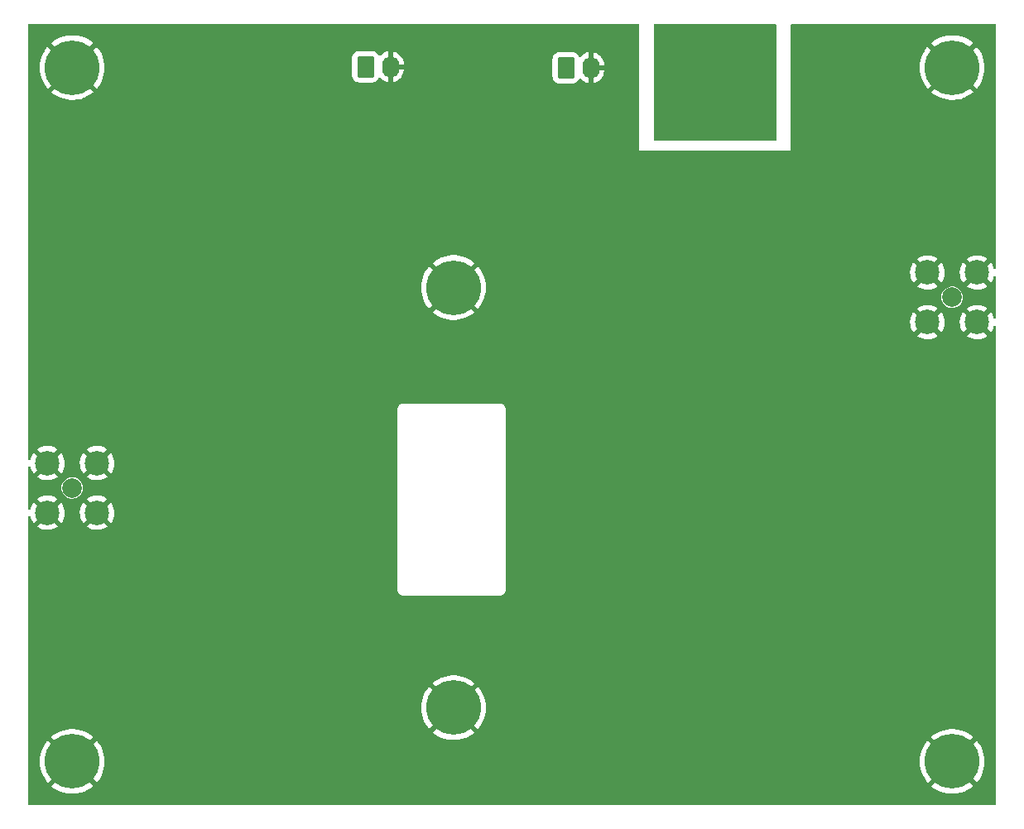
<source format=gbl>
G04 #@! TF.GenerationSoftware,KiCad,Pcbnew,(6.0.0)*
G04 #@! TF.CreationDate,2022-09-04T09:00:45+02:00*
G04 #@! TF.ProjectId,Ampli_0_5W,416d706c-695f-4305-9f35-572e6b696361,rev?*
G04 #@! TF.SameCoordinates,Original*
G04 #@! TF.FileFunction,Copper,L2,Bot*
G04 #@! TF.FilePolarity,Positive*
%FSLAX46Y46*%
G04 Gerber Fmt 4.6, Leading zero omitted, Abs format (unit mm)*
G04 Created by KiCad (PCBNEW (6.0.0)) date 2022-09-04 09:00:45*
%MOMM*%
%LPD*%
G01*
G04 APERTURE LIST*
G04 Aperture macros list*
%AMRoundRect*
0 Rectangle with rounded corners*
0 $1 Rounding radius*
0 $2 $3 $4 $5 $6 $7 $8 $9 X,Y pos of 4 corners*
0 Add a 4 corners polygon primitive as box body*
4,1,4,$2,$3,$4,$5,$6,$7,$8,$9,$2,$3,0*
0 Add four circle primitives for the rounded corners*
1,1,$1+$1,$2,$3*
1,1,$1+$1,$4,$5*
1,1,$1+$1,$6,$7*
1,1,$1+$1,$8,$9*
0 Add four rect primitives between the rounded corners*
20,1,$1+$1,$2,$3,$4,$5,0*
20,1,$1+$1,$4,$5,$6,$7,0*
20,1,$1+$1,$6,$7,$8,$9,0*
20,1,$1+$1,$8,$9,$2,$3,0*%
G04 Aperture macros list end*
G04 #@! TA.AperFunction,ComponentPad*
%ADD10C,5.600000*%
G04 #@! TD*
G04 #@! TA.AperFunction,ComponentPad*
%ADD11RoundRect,0.250000X-0.620000X-0.845000X0.620000X-0.845000X0.620000X0.845000X-0.620000X0.845000X0*%
G04 #@! TD*
G04 #@! TA.AperFunction,ComponentPad*
%ADD12O,1.740000X2.190000*%
G04 #@! TD*
G04 #@! TA.AperFunction,ComponentPad*
%ADD13C,1.998980*%
G04 #@! TD*
G04 #@! TA.AperFunction,ComponentPad*
%ADD14C,2.499360*%
G04 #@! TD*
G04 #@! TA.AperFunction,ViaPad*
%ADD15C,0.800000*%
G04 #@! TD*
G04 APERTURE END LIST*
D10*
X85000000Y-35000000D03*
X85000000Y-106000000D03*
X163000000Y-35000000D03*
X124000000Y-100500000D03*
X124000000Y-57500000D03*
X175000000Y-106000000D03*
D11*
X115000000Y-34900000D03*
D12*
X117540000Y-34900000D03*
D10*
X151000000Y-35500000D03*
X175000000Y-35000000D03*
D11*
X135500000Y-35000000D03*
D12*
X138040000Y-35000000D03*
D13*
X85000000Y-78000000D03*
D14*
X82460000Y-75460000D03*
X87540000Y-75460000D03*
X82460000Y-80540000D03*
X87540000Y-80540000D03*
D13*
X175000000Y-58500000D03*
D14*
X172460000Y-61040000D03*
X172460000Y-55960000D03*
X177540000Y-55960000D03*
X177540000Y-61040000D03*
D15*
X170000000Y-60000000D03*
X113000000Y-95000000D03*
X105000000Y-105000000D03*
X98000000Y-75000000D03*
X165000000Y-110000000D03*
X90000000Y-70000000D03*
X82000000Y-93000000D03*
X165000000Y-65000000D03*
X152000000Y-64500000D03*
X143000000Y-94000000D03*
X125000000Y-110000000D03*
X95000000Y-50750000D03*
X85000000Y-70000000D03*
X115500000Y-86500000D03*
X101000000Y-87000000D03*
X160000000Y-55000000D03*
X120000000Y-60000000D03*
X165000000Y-60000000D03*
X125000000Y-105000000D03*
X170000000Y-90000000D03*
X90000000Y-40000000D03*
X135000000Y-50000000D03*
X150000000Y-110000000D03*
X115500000Y-85000000D03*
X150500000Y-64500000D03*
X115500000Y-72500000D03*
X85000000Y-40000000D03*
X105000000Y-78500000D03*
X145000000Y-105000000D03*
X90000000Y-50000000D03*
X120000000Y-105000000D03*
X145000000Y-60000000D03*
X123000000Y-89500000D03*
X85000000Y-60000000D03*
X110000000Y-87000000D03*
X131100000Y-64600000D03*
X120000000Y-68500000D03*
X120000000Y-89500000D03*
X175000000Y-90000000D03*
X105000000Y-83000000D03*
X90000000Y-60000000D03*
X146000000Y-94000000D03*
X115500000Y-74000000D03*
X170000000Y-50000000D03*
X141500000Y-79300000D03*
X175000000Y-45000000D03*
X129400000Y-94000000D03*
X105000000Y-75500000D03*
X115000000Y-60000000D03*
X115500000Y-95500000D03*
X95000000Y-65000000D03*
X138500000Y-64500000D03*
X95000000Y-75000000D03*
X110000000Y-50000000D03*
X91000000Y-75000000D03*
X95000000Y-52000000D03*
X115500000Y-68000000D03*
X118500000Y-68500000D03*
X130900000Y-94000000D03*
X135600000Y-64600000D03*
X82000000Y-83000000D03*
X155000000Y-45000000D03*
X136500000Y-79250000D03*
X165000000Y-90000000D03*
X158000000Y-94000000D03*
X95000000Y-57000000D03*
X175000000Y-50000000D03*
X98000000Y-70000000D03*
X165000000Y-95000000D03*
X82000000Y-88000000D03*
X145600000Y-79300000D03*
X138500000Y-94000000D03*
X85000000Y-65000000D03*
X170000000Y-100000000D03*
X115500000Y-69500000D03*
X110000000Y-105000000D03*
X145000000Y-110000000D03*
X129600000Y-64600000D03*
X125000000Y-35000000D03*
X115500000Y-89500000D03*
X140000000Y-94000000D03*
X134500000Y-79250000D03*
X165000000Y-55000000D03*
X144500000Y-94000000D03*
X115000000Y-55000000D03*
X135400000Y-94000000D03*
X90000000Y-45000000D03*
X152000000Y-94000000D03*
X132400000Y-79250000D03*
X144600000Y-79300000D03*
X105000000Y-65000000D03*
X146000000Y-64500000D03*
X100250000Y-50750000D03*
X100000000Y-110000000D03*
X140000000Y-55000000D03*
X165000000Y-50000000D03*
X115500000Y-91000000D03*
X132400000Y-94000000D03*
X90000000Y-35000000D03*
X140000000Y-105000000D03*
X159750000Y-64500000D03*
X140000000Y-64500000D03*
X160000000Y-105000000D03*
X147500000Y-64500000D03*
X142600000Y-79300000D03*
X105000000Y-77000000D03*
X133900000Y-94000000D03*
X137000000Y-64500000D03*
X95000000Y-55750000D03*
X98000000Y-82000000D03*
X110000000Y-110000000D03*
X95000000Y-105000000D03*
X156750000Y-64500000D03*
X105000000Y-74000000D03*
X135131018Y-54868982D03*
X115000000Y-100000000D03*
X150000000Y-100000000D03*
X138500000Y-79250000D03*
X165000000Y-75000000D03*
X115500000Y-66500000D03*
X115000000Y-110000000D03*
X175000000Y-80000000D03*
X143600000Y-79300000D03*
X121500000Y-89500000D03*
X115500000Y-88000000D03*
X165000000Y-80000000D03*
X155000000Y-55000000D03*
X115500000Y-65000000D03*
X160000000Y-40000000D03*
X170000000Y-55000000D03*
X170000000Y-105000000D03*
X120000000Y-55000000D03*
X113000000Y-90000000D03*
X124500000Y-89500000D03*
X115500000Y-83500000D03*
X132600000Y-64600000D03*
X135500000Y-79250000D03*
X82000000Y-98000000D03*
X110000000Y-45000000D03*
X159500000Y-94000000D03*
X95000000Y-35000000D03*
X115500000Y-94000000D03*
X90000000Y-65000000D03*
X134100000Y-64600000D03*
X165000000Y-45000000D03*
X160000000Y-110000000D03*
X145000000Y-100000000D03*
X175000000Y-100000000D03*
X85000000Y-50000000D03*
X130000000Y-100000000D03*
X147500000Y-94000000D03*
X130000000Y-40000000D03*
X155000000Y-110000000D03*
X85000000Y-55000000D03*
X120000000Y-110000000D03*
X130000000Y-35000000D03*
X160000000Y-60000000D03*
X170000000Y-80000000D03*
X130000000Y-60000000D03*
X170000000Y-65000000D03*
X135000000Y-105000000D03*
X130000000Y-110000000D03*
X100250000Y-53250000D03*
X155000000Y-105000000D03*
X155000000Y-50000000D03*
X139500000Y-79250000D03*
X105000000Y-80000000D03*
X100250000Y-58250000D03*
X100250000Y-55750000D03*
X105000000Y-110000000D03*
X137000000Y-94000000D03*
X137500000Y-79250000D03*
X91000000Y-83000000D03*
X155000000Y-60000000D03*
X144500000Y-64500000D03*
X98000000Y-86000000D03*
X140000000Y-60000000D03*
X165000000Y-40000000D03*
X165000000Y-105000000D03*
X160000000Y-45000000D03*
X118500000Y-89500000D03*
X90000000Y-100000000D03*
X90000000Y-105000000D03*
X100250000Y-57000000D03*
X165000000Y-100000000D03*
X121500000Y-68500000D03*
X95000000Y-53250000D03*
X149000000Y-94000000D03*
X115500000Y-92500000D03*
X115500000Y-63000000D03*
X95000000Y-110000000D03*
X110000000Y-100000000D03*
X133500000Y-79250000D03*
X156500000Y-94000000D03*
X90000000Y-55000000D03*
X141500000Y-94000000D03*
X95000000Y-54500000D03*
X175000000Y-40000000D03*
X149000000Y-64500000D03*
X123000000Y-68500000D03*
X115000000Y-105000000D03*
X160000000Y-50000000D03*
X140000000Y-110000000D03*
X135000000Y-100000000D03*
X100250000Y-52000000D03*
X170000000Y-110000000D03*
X175000000Y-95000000D03*
X155000000Y-94000000D03*
X150500000Y-94000000D03*
X140500000Y-79250000D03*
X170000000Y-45000000D03*
X100000000Y-105000000D03*
X85000000Y-100000000D03*
X165000000Y-70000000D03*
X130000000Y-55000000D03*
X115500000Y-71000000D03*
X105000000Y-81500000D03*
X105000000Y-70000000D03*
X130000000Y-105000000D03*
X90000000Y-110000000D03*
X126000000Y-89500000D03*
X140000000Y-100000000D03*
X170000000Y-40000000D03*
X158250000Y-64461510D03*
X160000000Y-100000000D03*
X135000000Y-110000000D03*
X145000000Y-50000000D03*
X145000000Y-55000000D03*
X140000000Y-50000000D03*
X110000000Y-55000000D03*
X153500000Y-94000000D03*
X91000000Y-79000000D03*
X143000000Y-64500000D03*
X126000000Y-68500000D03*
X100000000Y-35000000D03*
X150000000Y-105000000D03*
X170000000Y-95000000D03*
X155000000Y-100000000D03*
X141500000Y-64500000D03*
X95000000Y-70000000D03*
X165000000Y-85000000D03*
X124500000Y-68500000D03*
X85000000Y-45000000D03*
G04 #@! TA.AperFunction,Conductor*
G36*
X142942121Y-30528002D02*
G01*
X142988614Y-30581658D01*
X143000000Y-30634000D01*
X143000000Y-43500000D01*
X158500000Y-43500000D01*
X158500000Y-37516381D01*
X172849160Y-37516381D01*
X172849237Y-37517470D01*
X172851698Y-37521206D01*
X173125632Y-37731404D01*
X173131262Y-37735259D01*
X173431591Y-37917862D01*
X173437593Y-37921080D01*
X173755897Y-38070184D01*
X173762202Y-38072732D01*
X174094743Y-38186587D01*
X174101313Y-38188446D01*
X174444183Y-38265714D01*
X174450912Y-38266853D01*
X174800143Y-38306643D01*
X174806933Y-38307046D01*
X175158419Y-38308886D01*
X175165220Y-38308554D01*
X175514853Y-38272423D01*
X175521581Y-38271357D01*
X175865274Y-38197676D01*
X175871822Y-38195897D01*
X176205549Y-38085527D01*
X176211891Y-38083041D01*
X176531718Y-37937288D01*
X176537777Y-37934121D01*
X176839995Y-37754676D01*
X176845659Y-37750884D01*
X177126732Y-37539849D01*
X177131958Y-37535464D01*
X177141613Y-37526428D01*
X177149682Y-37512750D01*
X177149654Y-37512024D01*
X177144512Y-37503723D01*
X175012810Y-35372020D01*
X174998869Y-35364408D01*
X174997034Y-35364539D01*
X174990420Y-35368790D01*
X172856774Y-37502437D01*
X172849160Y-37516381D01*
X158500000Y-37516381D01*
X158500000Y-34991832D01*
X171687333Y-34991832D01*
X171705117Y-35342893D01*
X171705827Y-35349649D01*
X171761420Y-35696723D01*
X171762859Y-35703378D01*
X171855608Y-36042410D01*
X171857757Y-36048871D01*
X171986581Y-36375912D01*
X171989412Y-36382095D01*
X172152803Y-36693310D01*
X172156286Y-36699152D01*
X172352330Y-36990896D01*
X172356433Y-36996340D01*
X172476425Y-37138836D01*
X172489164Y-37147279D01*
X172499608Y-37141181D01*
X174627980Y-35012810D01*
X174634357Y-35001131D01*
X175364408Y-35001131D01*
X175364539Y-35002966D01*
X175368790Y-35009580D01*
X177499009Y-37139798D01*
X177512605Y-37147223D01*
X177522218Y-37140522D01*
X177622518Y-37023912D01*
X177626676Y-37018514D01*
X177825762Y-36728840D01*
X177829310Y-36723029D01*
X177995942Y-36413559D01*
X177998849Y-36407381D01*
X178131090Y-36081713D01*
X178133304Y-36075283D01*
X178229598Y-35737237D01*
X178231105Y-35730607D01*
X178290332Y-35384118D01*
X178291112Y-35377378D01*
X178312668Y-35024925D01*
X178312784Y-35021323D01*
X178312853Y-35001819D01*
X178312761Y-34998194D01*
X178293666Y-34645615D01*
X178292931Y-34638849D01*
X178236130Y-34291985D01*
X178234663Y-34285313D01*
X178140736Y-33946627D01*
X178138562Y-33940163D01*
X178008598Y-33613578D01*
X178005742Y-33607398D01*
X177841269Y-33296763D01*
X177837769Y-33290937D01*
X177640697Y-32999862D01*
X177636590Y-32994453D01*
X177523565Y-32861179D01*
X177510740Y-32852743D01*
X177500416Y-32858795D01*
X175372020Y-34987190D01*
X175364408Y-35001131D01*
X174634357Y-35001131D01*
X174635592Y-34998869D01*
X174635461Y-34997034D01*
X174631210Y-34990420D01*
X172500992Y-32860203D01*
X172487455Y-32852811D01*
X172477753Y-32859599D01*
X172370430Y-32985257D01*
X172366296Y-32990664D01*
X172168215Y-33281041D01*
X172164697Y-33286851D01*
X171999134Y-33596922D01*
X171996259Y-33603087D01*
X171865155Y-33929218D01*
X171862962Y-33935658D01*
X171767846Y-34274044D01*
X171766363Y-34280679D01*
X171708350Y-34627354D01*
X171707591Y-34634126D01*
X171687357Y-34985037D01*
X171687333Y-34991832D01*
X158500000Y-34991832D01*
X158500000Y-32486862D01*
X172849950Y-32486862D01*
X172849986Y-32487704D01*
X172855037Y-32495826D01*
X174987190Y-34627980D01*
X175001131Y-34635592D01*
X175002966Y-34635461D01*
X175009580Y-34631210D01*
X177142798Y-32497991D01*
X177150412Y-32484047D01*
X177150344Y-32483089D01*
X177145836Y-32476272D01*
X177144418Y-32475065D01*
X176864813Y-32262064D01*
X176859187Y-32258240D01*
X176558214Y-32076681D01*
X176552202Y-32073484D01*
X176233370Y-31925487D01*
X176227070Y-31922967D01*
X175894129Y-31810273D01*
X175887551Y-31808437D01*
X175544417Y-31732367D01*
X175537678Y-31731251D01*
X175188310Y-31692680D01*
X175181529Y-31692301D01*
X174830015Y-31691687D01*
X174823242Y-31692042D01*
X174473720Y-31729395D01*
X174467010Y-31730482D01*
X174123586Y-31805361D01*
X174117011Y-31807172D01*
X173783683Y-31918702D01*
X173777361Y-31921205D01*
X173458034Y-32068079D01*
X173451991Y-32071265D01*
X173150401Y-32251763D01*
X173144755Y-32255571D01*
X172864408Y-32467596D01*
X172859211Y-32471987D01*
X172857972Y-32473155D01*
X172849950Y-32486862D01*
X158500000Y-32486862D01*
X158500000Y-30634000D01*
X158520002Y-30565879D01*
X158573658Y-30519386D01*
X158626000Y-30508000D01*
X179366000Y-30508000D01*
X179434121Y-30528002D01*
X179480614Y-30581658D01*
X179492000Y-30634000D01*
X179492000Y-55494264D01*
X179471998Y-55562385D01*
X179418342Y-55608878D01*
X179348068Y-55618982D01*
X179283488Y-55589488D01*
X179245104Y-55529762D01*
X179243107Y-55522072D01*
X179226622Y-55449220D01*
X179223898Y-55440309D01*
X179132598Y-55205530D01*
X179128587Y-55197121D01*
X179003588Y-54978420D01*
X178998377Y-54970694D01*
X178961164Y-54923490D01*
X178949238Y-54915018D01*
X178937706Y-54921504D01*
X177912022Y-55947188D01*
X177904408Y-55961132D01*
X177904539Y-55962965D01*
X177908790Y-55969580D01*
X178939682Y-57000472D01*
X178952062Y-57007232D01*
X178960403Y-57000988D01*
X179086483Y-56804975D01*
X179090930Y-56796783D01*
X179194388Y-56567116D01*
X179197583Y-56558338D01*
X179244731Y-56391163D01*
X179282472Y-56331029D01*
X179346734Y-56300846D01*
X179417112Y-56310196D01*
X179471262Y-56356112D01*
X179492000Y-56425364D01*
X179492000Y-60574264D01*
X179471998Y-60642385D01*
X179418342Y-60688878D01*
X179348068Y-60698982D01*
X179283488Y-60669488D01*
X179245104Y-60609762D01*
X179243107Y-60602072D01*
X179226622Y-60529220D01*
X179223898Y-60520309D01*
X179132598Y-60285530D01*
X179128587Y-60277121D01*
X179003588Y-60058420D01*
X178998377Y-60050694D01*
X178961164Y-60003490D01*
X178949238Y-59995018D01*
X178937706Y-60001504D01*
X177912022Y-61027188D01*
X177904408Y-61041132D01*
X177904539Y-61042965D01*
X177908790Y-61049580D01*
X178939682Y-62080472D01*
X178952062Y-62087232D01*
X178960403Y-62080988D01*
X179086483Y-61884975D01*
X179090930Y-61876783D01*
X179194388Y-61647116D01*
X179197583Y-61638338D01*
X179244731Y-61471163D01*
X179282472Y-61411029D01*
X179346734Y-61380846D01*
X179417112Y-61390196D01*
X179471262Y-61436112D01*
X179492000Y-61505364D01*
X179492000Y-110366000D01*
X179471998Y-110434121D01*
X179418342Y-110480614D01*
X179366000Y-110492000D01*
X80634000Y-110492000D01*
X80565879Y-110471998D01*
X80519386Y-110418342D01*
X80508000Y-110366000D01*
X80508000Y-108516381D01*
X82849160Y-108516381D01*
X82849237Y-108517470D01*
X82851698Y-108521206D01*
X83125632Y-108731404D01*
X83131262Y-108735259D01*
X83431591Y-108917862D01*
X83437593Y-108921080D01*
X83755897Y-109070184D01*
X83762202Y-109072732D01*
X84094743Y-109186587D01*
X84101313Y-109188446D01*
X84444183Y-109265714D01*
X84450912Y-109266853D01*
X84800143Y-109306643D01*
X84806933Y-109307046D01*
X85158419Y-109308886D01*
X85165220Y-109308554D01*
X85514853Y-109272423D01*
X85521581Y-109271357D01*
X85865274Y-109197676D01*
X85871822Y-109195897D01*
X86205549Y-109085527D01*
X86211891Y-109083041D01*
X86531718Y-108937288D01*
X86537777Y-108934121D01*
X86839995Y-108754676D01*
X86845659Y-108750884D01*
X87126732Y-108539849D01*
X87131958Y-108535464D01*
X87141613Y-108526428D01*
X87147540Y-108516381D01*
X172849160Y-108516381D01*
X172849237Y-108517470D01*
X172851698Y-108521206D01*
X173125632Y-108731404D01*
X173131262Y-108735259D01*
X173431591Y-108917862D01*
X173437593Y-108921080D01*
X173755897Y-109070184D01*
X173762202Y-109072732D01*
X174094743Y-109186587D01*
X174101313Y-109188446D01*
X174444183Y-109265714D01*
X174450912Y-109266853D01*
X174800143Y-109306643D01*
X174806933Y-109307046D01*
X175158419Y-109308886D01*
X175165220Y-109308554D01*
X175514853Y-109272423D01*
X175521581Y-109271357D01*
X175865274Y-109197676D01*
X175871822Y-109195897D01*
X176205549Y-109085527D01*
X176211891Y-109083041D01*
X176531718Y-108937288D01*
X176537777Y-108934121D01*
X176839995Y-108754676D01*
X176845659Y-108750884D01*
X177126732Y-108539849D01*
X177131958Y-108535464D01*
X177141613Y-108526428D01*
X177149682Y-108512750D01*
X177149654Y-108512024D01*
X177144512Y-108503723D01*
X175012810Y-106372020D01*
X174998869Y-106364408D01*
X174997034Y-106364539D01*
X174990420Y-106368790D01*
X172856774Y-108502437D01*
X172849160Y-108516381D01*
X87147540Y-108516381D01*
X87149682Y-108512750D01*
X87149654Y-108512024D01*
X87144512Y-108503723D01*
X85012810Y-106372020D01*
X84998869Y-106364408D01*
X84997034Y-106364539D01*
X84990420Y-106368790D01*
X82856774Y-108502437D01*
X82849160Y-108516381D01*
X80508000Y-108516381D01*
X80508000Y-105991832D01*
X81687333Y-105991832D01*
X81705117Y-106342893D01*
X81705827Y-106349649D01*
X81761420Y-106696723D01*
X81762859Y-106703378D01*
X81855608Y-107042410D01*
X81857757Y-107048871D01*
X81986581Y-107375912D01*
X81989412Y-107382095D01*
X82152803Y-107693310D01*
X82156286Y-107699152D01*
X82352330Y-107990896D01*
X82356433Y-107996340D01*
X82476425Y-108138836D01*
X82489164Y-108147279D01*
X82499608Y-108141181D01*
X84627980Y-106012810D01*
X84634357Y-106001131D01*
X85364408Y-106001131D01*
X85364539Y-106002966D01*
X85368790Y-106009580D01*
X87499009Y-108139798D01*
X87512605Y-108147223D01*
X87522218Y-108140522D01*
X87622518Y-108023912D01*
X87626676Y-108018514D01*
X87825762Y-107728840D01*
X87829310Y-107723029D01*
X87995942Y-107413559D01*
X87998849Y-107407381D01*
X88131090Y-107081713D01*
X88133304Y-107075283D01*
X88229598Y-106737237D01*
X88231105Y-106730607D01*
X88290332Y-106384118D01*
X88291112Y-106377378D01*
X88312668Y-106024925D01*
X88312784Y-106021323D01*
X88312853Y-106001819D01*
X88312761Y-105998194D01*
X88312416Y-105991832D01*
X171687333Y-105991832D01*
X171705117Y-106342893D01*
X171705827Y-106349649D01*
X171761420Y-106696723D01*
X171762859Y-106703378D01*
X171855608Y-107042410D01*
X171857757Y-107048871D01*
X171986581Y-107375912D01*
X171989412Y-107382095D01*
X172152803Y-107693310D01*
X172156286Y-107699152D01*
X172352330Y-107990896D01*
X172356433Y-107996340D01*
X172476425Y-108138836D01*
X172489164Y-108147279D01*
X172499608Y-108141181D01*
X174627980Y-106012810D01*
X174634357Y-106001131D01*
X175364408Y-106001131D01*
X175364539Y-106002966D01*
X175368790Y-106009580D01*
X177499009Y-108139798D01*
X177512605Y-108147223D01*
X177522218Y-108140522D01*
X177622518Y-108023912D01*
X177626676Y-108018514D01*
X177825762Y-107728840D01*
X177829310Y-107723029D01*
X177995942Y-107413559D01*
X177998849Y-107407381D01*
X178131090Y-107081713D01*
X178133304Y-107075283D01*
X178229598Y-106737237D01*
X178231105Y-106730607D01*
X178290332Y-106384118D01*
X178291112Y-106377378D01*
X178312668Y-106024925D01*
X178312784Y-106021323D01*
X178312853Y-106001819D01*
X178312761Y-105998194D01*
X178293666Y-105645615D01*
X178292931Y-105638849D01*
X178236130Y-105291985D01*
X178234663Y-105285313D01*
X178140736Y-104946627D01*
X178138562Y-104940163D01*
X178008598Y-104613578D01*
X178005742Y-104607398D01*
X177841269Y-104296763D01*
X177837769Y-104290937D01*
X177640697Y-103999862D01*
X177636590Y-103994453D01*
X177523565Y-103861179D01*
X177510740Y-103852743D01*
X177500416Y-103858795D01*
X175372020Y-105987190D01*
X175364408Y-106001131D01*
X174634357Y-106001131D01*
X174635592Y-105998869D01*
X174635461Y-105997034D01*
X174631210Y-105990420D01*
X172500992Y-103860203D01*
X172487455Y-103852811D01*
X172477753Y-103859599D01*
X172370430Y-103985257D01*
X172366296Y-103990664D01*
X172168215Y-104281041D01*
X172164697Y-104286851D01*
X171999134Y-104596922D01*
X171996259Y-104603087D01*
X171865155Y-104929218D01*
X171862962Y-104935658D01*
X171767846Y-105274044D01*
X171766363Y-105280679D01*
X171708350Y-105627354D01*
X171707591Y-105634126D01*
X171687357Y-105985037D01*
X171687333Y-105991832D01*
X88312416Y-105991832D01*
X88293666Y-105645615D01*
X88292931Y-105638849D01*
X88236130Y-105291985D01*
X88234663Y-105285313D01*
X88140736Y-104946627D01*
X88138562Y-104940163D01*
X88008598Y-104613578D01*
X88005742Y-104607398D01*
X87841269Y-104296763D01*
X87837769Y-104290937D01*
X87640697Y-103999862D01*
X87636590Y-103994453D01*
X87523565Y-103861179D01*
X87510740Y-103852743D01*
X87500416Y-103858795D01*
X85372020Y-105987190D01*
X85364408Y-106001131D01*
X84634357Y-106001131D01*
X84635592Y-105998869D01*
X84635461Y-105997034D01*
X84631210Y-105990420D01*
X82500992Y-103860203D01*
X82487455Y-103852811D01*
X82477753Y-103859599D01*
X82370430Y-103985257D01*
X82366296Y-103990664D01*
X82168215Y-104281041D01*
X82164697Y-104286851D01*
X81999134Y-104596922D01*
X81996259Y-104603087D01*
X81865155Y-104929218D01*
X81862962Y-104935658D01*
X81767846Y-105274044D01*
X81766363Y-105280679D01*
X81708350Y-105627354D01*
X81707591Y-105634126D01*
X81687357Y-105985037D01*
X81687333Y-105991832D01*
X80508000Y-105991832D01*
X80508000Y-103486862D01*
X82849950Y-103486862D01*
X82849986Y-103487704D01*
X82855037Y-103495826D01*
X84987190Y-105627980D01*
X85001131Y-105635592D01*
X85002966Y-105635461D01*
X85009580Y-105631210D01*
X87142798Y-103497991D01*
X87150412Y-103484047D01*
X87150344Y-103483089D01*
X87145836Y-103476272D01*
X87144418Y-103475065D01*
X86864813Y-103262064D01*
X86859187Y-103258240D01*
X86558214Y-103076681D01*
X86552202Y-103073484D01*
X86429184Y-103016381D01*
X121849160Y-103016381D01*
X121849237Y-103017470D01*
X121851698Y-103021206D01*
X122125632Y-103231404D01*
X122131262Y-103235259D01*
X122431591Y-103417862D01*
X122437593Y-103421080D01*
X122755897Y-103570184D01*
X122762202Y-103572732D01*
X123094743Y-103686587D01*
X123101313Y-103688446D01*
X123444183Y-103765714D01*
X123450912Y-103766853D01*
X123800143Y-103806643D01*
X123806933Y-103807046D01*
X124158419Y-103808886D01*
X124165220Y-103808554D01*
X124514853Y-103772423D01*
X124521581Y-103771357D01*
X124865274Y-103697676D01*
X124871822Y-103695897D01*
X125205549Y-103585527D01*
X125211891Y-103583041D01*
X125422937Y-103486862D01*
X172849950Y-103486862D01*
X172849986Y-103487704D01*
X172855037Y-103495826D01*
X174987190Y-105627980D01*
X175001131Y-105635592D01*
X175002966Y-105635461D01*
X175009580Y-105631210D01*
X177142798Y-103497991D01*
X177150412Y-103484047D01*
X177150344Y-103483089D01*
X177145836Y-103476272D01*
X177144418Y-103475065D01*
X176864813Y-103262064D01*
X176859187Y-103258240D01*
X176558214Y-103076681D01*
X176552202Y-103073484D01*
X176233370Y-102925487D01*
X176227070Y-102922967D01*
X175894129Y-102810273D01*
X175887551Y-102808437D01*
X175544417Y-102732367D01*
X175537678Y-102731251D01*
X175188310Y-102692680D01*
X175181529Y-102692301D01*
X174830015Y-102691687D01*
X174823242Y-102692042D01*
X174473720Y-102729395D01*
X174467010Y-102730482D01*
X174123586Y-102805361D01*
X174117011Y-102807172D01*
X173783683Y-102918702D01*
X173777361Y-102921205D01*
X173458034Y-103068079D01*
X173451991Y-103071265D01*
X173150401Y-103251763D01*
X173144755Y-103255571D01*
X172864408Y-103467596D01*
X172859211Y-103471987D01*
X172857972Y-103473155D01*
X172849950Y-103486862D01*
X125422937Y-103486862D01*
X125531718Y-103437288D01*
X125537777Y-103434121D01*
X125839995Y-103254676D01*
X125845659Y-103250884D01*
X126126732Y-103039849D01*
X126131958Y-103035464D01*
X126141613Y-103026428D01*
X126149682Y-103012750D01*
X126149654Y-103012024D01*
X126144512Y-103003723D01*
X124012810Y-100872020D01*
X123998869Y-100864408D01*
X123997034Y-100864539D01*
X123990420Y-100868790D01*
X121856774Y-103002437D01*
X121849160Y-103016381D01*
X86429184Y-103016381D01*
X86233370Y-102925487D01*
X86227070Y-102922967D01*
X85894129Y-102810273D01*
X85887551Y-102808437D01*
X85544417Y-102732367D01*
X85537678Y-102731251D01*
X85188310Y-102692680D01*
X85181529Y-102692301D01*
X84830015Y-102691687D01*
X84823242Y-102692042D01*
X84473720Y-102729395D01*
X84467010Y-102730482D01*
X84123586Y-102805361D01*
X84117011Y-102807172D01*
X83783683Y-102918702D01*
X83777361Y-102921205D01*
X83458034Y-103068079D01*
X83451991Y-103071265D01*
X83150401Y-103251763D01*
X83144755Y-103255571D01*
X82864408Y-103467596D01*
X82859211Y-103471987D01*
X82857972Y-103473155D01*
X82849950Y-103486862D01*
X80508000Y-103486862D01*
X80508000Y-100491832D01*
X120687333Y-100491832D01*
X120705117Y-100842893D01*
X120705827Y-100849649D01*
X120761420Y-101196723D01*
X120762859Y-101203378D01*
X120855608Y-101542410D01*
X120857757Y-101548871D01*
X120986581Y-101875912D01*
X120989412Y-101882095D01*
X121152803Y-102193310D01*
X121156286Y-102199152D01*
X121352330Y-102490896D01*
X121356433Y-102496340D01*
X121476425Y-102638836D01*
X121489164Y-102647279D01*
X121499608Y-102641181D01*
X123627980Y-100512810D01*
X123634357Y-100501131D01*
X124364408Y-100501131D01*
X124364539Y-100502966D01*
X124368790Y-100509580D01*
X126499009Y-102639798D01*
X126512605Y-102647223D01*
X126522218Y-102640522D01*
X126622518Y-102523912D01*
X126626676Y-102518514D01*
X126825762Y-102228840D01*
X126829310Y-102223029D01*
X126995942Y-101913559D01*
X126998849Y-101907381D01*
X127131090Y-101581713D01*
X127133304Y-101575283D01*
X127229598Y-101237237D01*
X127231105Y-101230607D01*
X127290332Y-100884118D01*
X127291112Y-100877378D01*
X127312668Y-100524925D01*
X127312784Y-100521323D01*
X127312853Y-100501819D01*
X127312761Y-100498194D01*
X127293666Y-100145615D01*
X127292931Y-100138849D01*
X127236130Y-99791985D01*
X127234663Y-99785313D01*
X127140736Y-99446627D01*
X127138562Y-99440163D01*
X127008598Y-99113578D01*
X127005742Y-99107398D01*
X126841269Y-98796763D01*
X126837769Y-98790937D01*
X126640697Y-98499862D01*
X126636590Y-98494453D01*
X126523565Y-98361179D01*
X126510740Y-98352743D01*
X126500416Y-98358795D01*
X124372020Y-100487190D01*
X124364408Y-100501131D01*
X123634357Y-100501131D01*
X123635592Y-100498869D01*
X123635461Y-100497034D01*
X123631210Y-100490420D01*
X121500992Y-98360203D01*
X121487455Y-98352811D01*
X121477753Y-98359599D01*
X121370430Y-98485257D01*
X121366296Y-98490664D01*
X121168215Y-98781041D01*
X121164697Y-98786851D01*
X120999134Y-99096922D01*
X120996259Y-99103087D01*
X120865155Y-99429218D01*
X120862962Y-99435658D01*
X120767846Y-99774044D01*
X120766363Y-99780679D01*
X120708350Y-100127354D01*
X120707591Y-100134126D01*
X120687357Y-100485037D01*
X120687333Y-100491832D01*
X80508000Y-100491832D01*
X80508000Y-97986862D01*
X121849950Y-97986862D01*
X121849986Y-97987704D01*
X121855037Y-97995826D01*
X123987190Y-100127980D01*
X124001131Y-100135592D01*
X124002966Y-100135461D01*
X124009580Y-100131210D01*
X126142798Y-97997991D01*
X126150412Y-97984047D01*
X126150344Y-97983089D01*
X126145836Y-97976272D01*
X126144418Y-97975065D01*
X125864813Y-97762064D01*
X125859187Y-97758240D01*
X125558214Y-97576681D01*
X125552202Y-97573484D01*
X125233370Y-97425487D01*
X125227070Y-97422967D01*
X124894129Y-97310273D01*
X124887551Y-97308437D01*
X124544417Y-97232367D01*
X124537678Y-97231251D01*
X124188310Y-97192680D01*
X124181529Y-97192301D01*
X123830015Y-97191687D01*
X123823242Y-97192042D01*
X123473720Y-97229395D01*
X123467010Y-97230482D01*
X123123586Y-97305361D01*
X123117011Y-97307172D01*
X122783683Y-97418702D01*
X122777361Y-97421205D01*
X122458034Y-97568079D01*
X122451991Y-97571265D01*
X122150401Y-97751763D01*
X122144755Y-97755571D01*
X121864408Y-97967596D01*
X121859211Y-97971987D01*
X121857972Y-97973155D01*
X121849950Y-97986862D01*
X80508000Y-97986862D01*
X80508000Y-88569652D01*
X118291524Y-88569652D01*
X118293990Y-88578281D01*
X118293991Y-88578286D01*
X118299639Y-88598048D01*
X118303217Y-88614809D01*
X118306130Y-88635152D01*
X118306133Y-88635162D01*
X118307405Y-88644045D01*
X118318021Y-88667395D01*
X118324464Y-88684907D01*
X118331512Y-88709565D01*
X118347274Y-88734548D01*
X118355404Y-88749614D01*
X118367633Y-88776510D01*
X118384374Y-88795939D01*
X118395479Y-88810947D01*
X118409160Y-88832631D01*
X118415888Y-88838573D01*
X118431296Y-88852181D01*
X118443340Y-88864373D01*
X118462619Y-88886747D01*
X118470147Y-88891626D01*
X118470150Y-88891629D01*
X118484139Y-88900696D01*
X118499013Y-88911986D01*
X118518228Y-88928956D01*
X118526354Y-88932771D01*
X118526355Y-88932772D01*
X118532021Y-88935432D01*
X118544966Y-88941510D01*
X118559935Y-88949824D01*
X118584727Y-88965893D01*
X118601650Y-88970954D01*
X118609290Y-88973239D01*
X118626736Y-88979901D01*
X118649948Y-88990799D01*
X118679130Y-88995343D01*
X118695849Y-88999126D01*
X118715536Y-89005014D01*
X118715539Y-89005015D01*
X118724141Y-89007587D01*
X118733116Y-89007642D01*
X118733117Y-89007642D01*
X118739810Y-89007683D01*
X118758556Y-89007797D01*
X118759328Y-89007830D01*
X118760423Y-89008000D01*
X118791298Y-89008000D01*
X118792068Y-89008002D01*
X118865716Y-89008452D01*
X118865717Y-89008452D01*
X118869652Y-89008476D01*
X118870996Y-89008092D01*
X118872341Y-89008000D01*
X128791298Y-89008000D01*
X128792069Y-89008002D01*
X128869652Y-89008476D01*
X128878281Y-89006010D01*
X128878286Y-89006009D01*
X128898048Y-89000361D01*
X128914809Y-88996783D01*
X128935152Y-88993870D01*
X128935162Y-88993867D01*
X128944045Y-88992595D01*
X128967395Y-88981979D01*
X128984907Y-88975536D01*
X129000937Y-88970954D01*
X129009565Y-88968488D01*
X129034548Y-88952726D01*
X129049614Y-88944596D01*
X129076510Y-88932367D01*
X129095939Y-88915626D01*
X129110947Y-88904521D01*
X129125039Y-88895630D01*
X129132631Y-88890840D01*
X129152182Y-88868703D01*
X129164374Y-88856659D01*
X129179949Y-88843239D01*
X129179950Y-88843237D01*
X129186747Y-88837381D01*
X129191626Y-88829853D01*
X129191629Y-88829850D01*
X129200696Y-88815861D01*
X129211986Y-88800987D01*
X129223012Y-88788502D01*
X129228956Y-88781772D01*
X129241510Y-88755034D01*
X129249824Y-88740065D01*
X129265893Y-88715273D01*
X129273239Y-88690709D01*
X129279901Y-88673264D01*
X129286983Y-88658179D01*
X129290799Y-88650052D01*
X129295343Y-88620870D01*
X129299126Y-88604151D01*
X129305014Y-88584464D01*
X129305015Y-88584461D01*
X129307587Y-88575859D01*
X129307797Y-88541444D01*
X129307830Y-88540672D01*
X129308000Y-88539577D01*
X129308000Y-88508702D01*
X129308002Y-88507932D01*
X129308452Y-88434284D01*
X129308452Y-88434283D01*
X129308476Y-88430348D01*
X129308092Y-88429004D01*
X129308000Y-88427659D01*
X129308000Y-69908702D01*
X129308002Y-69907932D01*
X129308421Y-69839322D01*
X129308476Y-69830348D01*
X129306010Y-69821719D01*
X129306009Y-69821714D01*
X129300361Y-69801952D01*
X129296783Y-69785191D01*
X129293870Y-69764848D01*
X129293867Y-69764838D01*
X129292595Y-69755955D01*
X129281979Y-69732605D01*
X129275536Y-69715093D01*
X129270954Y-69699063D01*
X129268488Y-69690435D01*
X129252726Y-69665452D01*
X129244596Y-69650386D01*
X129232367Y-69623490D01*
X129215626Y-69604061D01*
X129204521Y-69589053D01*
X129195630Y-69574961D01*
X129190840Y-69567369D01*
X129168703Y-69547818D01*
X129156659Y-69535626D01*
X129143239Y-69520051D01*
X129143237Y-69520050D01*
X129137381Y-69513253D01*
X129129853Y-69508374D01*
X129129850Y-69508371D01*
X129115861Y-69499304D01*
X129100987Y-69488014D01*
X129088502Y-69476988D01*
X129081772Y-69471044D01*
X129073646Y-69467229D01*
X129073645Y-69467228D01*
X129067979Y-69464568D01*
X129055034Y-69458490D01*
X129040065Y-69450176D01*
X129015273Y-69434107D01*
X128990709Y-69426761D01*
X128973264Y-69420099D01*
X128968827Y-69418016D01*
X128950052Y-69409201D01*
X128920870Y-69404657D01*
X128904151Y-69400874D01*
X128884464Y-69394986D01*
X128884461Y-69394985D01*
X128875859Y-69392413D01*
X128866884Y-69392358D01*
X128866883Y-69392358D01*
X128860190Y-69392317D01*
X128841444Y-69392203D01*
X128840672Y-69392170D01*
X128839577Y-69392000D01*
X128808702Y-69392000D01*
X128807932Y-69391998D01*
X128734284Y-69391548D01*
X128734283Y-69391548D01*
X128730348Y-69391524D01*
X128729004Y-69391908D01*
X128727659Y-69392000D01*
X118808702Y-69392000D01*
X118807932Y-69391998D01*
X118807078Y-69391993D01*
X118730348Y-69391524D01*
X118721719Y-69393990D01*
X118721714Y-69393991D01*
X118701952Y-69399639D01*
X118685191Y-69403217D01*
X118664848Y-69406130D01*
X118664838Y-69406133D01*
X118655955Y-69407405D01*
X118632605Y-69418021D01*
X118615093Y-69424464D01*
X118607057Y-69426761D01*
X118590435Y-69431512D01*
X118565452Y-69447274D01*
X118550386Y-69455404D01*
X118523490Y-69467633D01*
X118504061Y-69484374D01*
X118489053Y-69495479D01*
X118467369Y-69509160D01*
X118461427Y-69515888D01*
X118447819Y-69531296D01*
X118435627Y-69543340D01*
X118413253Y-69562619D01*
X118408374Y-69570147D01*
X118408371Y-69570150D01*
X118399304Y-69584139D01*
X118388014Y-69599013D01*
X118371044Y-69618228D01*
X118358490Y-69644966D01*
X118350176Y-69659935D01*
X118334107Y-69684727D01*
X118331535Y-69693327D01*
X118326761Y-69709290D01*
X118320099Y-69726736D01*
X118309201Y-69749948D01*
X118304658Y-69779128D01*
X118300874Y-69795849D01*
X118294986Y-69815536D01*
X118294985Y-69815539D01*
X118292413Y-69824141D01*
X118292358Y-69833116D01*
X118292358Y-69833117D01*
X118292203Y-69858546D01*
X118292170Y-69859328D01*
X118292000Y-69860423D01*
X118292000Y-69891298D01*
X118291998Y-69892068D01*
X118291524Y-69969652D01*
X118291908Y-69970996D01*
X118292000Y-69972341D01*
X118292000Y-88491298D01*
X118291998Y-88492068D01*
X118291524Y-88569652D01*
X80508000Y-88569652D01*
X80508000Y-81948904D01*
X81415841Y-81948904D01*
X81424554Y-81960424D01*
X81522189Y-82032012D01*
X81530099Y-82036955D01*
X81753018Y-82154238D01*
X81761581Y-82157961D01*
X81999387Y-82241008D01*
X82008396Y-82243422D01*
X82255879Y-82290408D01*
X82265134Y-82291462D01*
X82516846Y-82301352D01*
X82526160Y-82301026D01*
X82776557Y-82273604D01*
X82785734Y-82271903D01*
X83029326Y-82207771D01*
X83038145Y-82204734D01*
X83269592Y-82105296D01*
X83277851Y-82100997D01*
X83492068Y-81968436D01*
X83498967Y-81963424D01*
X83507291Y-81950792D01*
X83506185Y-81948904D01*
X86495841Y-81948904D01*
X86504554Y-81960424D01*
X86602189Y-82032012D01*
X86610099Y-82036955D01*
X86833018Y-82154238D01*
X86841581Y-82157961D01*
X87079387Y-82241008D01*
X87088396Y-82243422D01*
X87335879Y-82290408D01*
X87345134Y-82291462D01*
X87596846Y-82301352D01*
X87606160Y-82301026D01*
X87856557Y-82273604D01*
X87865734Y-82271903D01*
X88109326Y-82207771D01*
X88118145Y-82204734D01*
X88349592Y-82105296D01*
X88357851Y-82100997D01*
X88572068Y-81968436D01*
X88578967Y-81963424D01*
X88587291Y-81950792D01*
X88581227Y-81940437D01*
X87552812Y-80912022D01*
X87538868Y-80904408D01*
X87537035Y-80904539D01*
X87530420Y-80908790D01*
X86502499Y-81936711D01*
X86495841Y-81948904D01*
X83506185Y-81948904D01*
X83501227Y-81940437D01*
X82472812Y-80912022D01*
X82458868Y-80904408D01*
X82457035Y-80904539D01*
X82450420Y-80908790D01*
X81422499Y-81936711D01*
X81415841Y-81948904D01*
X80508000Y-81948904D01*
X80508000Y-81015926D01*
X80528002Y-80947805D01*
X80581658Y-80901312D01*
X80651932Y-80891208D01*
X80716512Y-80920702D01*
X80754896Y-80980428D01*
X80757579Y-80991345D01*
X80760585Y-81006457D01*
X80763074Y-81015432D01*
X80848196Y-81252514D01*
X80851993Y-81261042D01*
X80971217Y-81482928D01*
X80976228Y-81490795D01*
X81039675Y-81575761D01*
X81050933Y-81584210D01*
X81063352Y-81577438D01*
X82087978Y-80552812D01*
X82094356Y-80541132D01*
X82824408Y-80541132D01*
X82824539Y-80542965D01*
X82828790Y-80549580D01*
X83859682Y-81580472D01*
X83872062Y-81587232D01*
X83880403Y-81580988D01*
X84006483Y-81384975D01*
X84010930Y-81376783D01*
X84114388Y-81147116D01*
X84117583Y-81138338D01*
X84185955Y-80895906D01*
X84187813Y-80886777D01*
X84219795Y-80635378D01*
X84220276Y-80629092D01*
X84222526Y-80543160D01*
X84222375Y-80536851D01*
X84219527Y-80498532D01*
X85778219Y-80498532D01*
X85790305Y-80750136D01*
X85791442Y-80759396D01*
X85840585Y-81006457D01*
X85843074Y-81015432D01*
X85928196Y-81252514D01*
X85931993Y-81261042D01*
X86051217Y-81482928D01*
X86056228Y-81490795D01*
X86119675Y-81575761D01*
X86130933Y-81584210D01*
X86143352Y-81577438D01*
X87167978Y-80552812D01*
X87174356Y-80541132D01*
X87904408Y-80541132D01*
X87904539Y-80542965D01*
X87908790Y-80549580D01*
X88939682Y-81580472D01*
X88952062Y-81587232D01*
X88960403Y-81580988D01*
X89086483Y-81384975D01*
X89090930Y-81376783D01*
X89194388Y-81147116D01*
X89197583Y-81138338D01*
X89265955Y-80895906D01*
X89267813Y-80886777D01*
X89299795Y-80635378D01*
X89300276Y-80629092D01*
X89302526Y-80543160D01*
X89302375Y-80536851D01*
X89283594Y-80284122D01*
X89282217Y-80274916D01*
X89226622Y-80029220D01*
X89223898Y-80020309D01*
X89132598Y-79785530D01*
X89128587Y-79777121D01*
X89003588Y-79558420D01*
X88998377Y-79550694D01*
X88961164Y-79503490D01*
X88949238Y-79495018D01*
X88937706Y-79501504D01*
X87912022Y-80527188D01*
X87904408Y-80541132D01*
X87174356Y-80541132D01*
X87175592Y-80538868D01*
X87175461Y-80537035D01*
X87171210Y-80530420D01*
X86141549Y-79500759D01*
X86128241Y-79493492D01*
X86118202Y-79500614D01*
X86108022Y-79512854D01*
X86102610Y-79520441D01*
X85971926Y-79735800D01*
X85967697Y-79744101D01*
X85870285Y-79976401D01*
X85867324Y-79985251D01*
X85805322Y-80229387D01*
X85803700Y-80238584D01*
X85778464Y-80489206D01*
X85778219Y-80498532D01*
X84219527Y-80498532D01*
X84203594Y-80284122D01*
X84202217Y-80274916D01*
X84146622Y-80029220D01*
X84143898Y-80020309D01*
X84052598Y-79785530D01*
X84048587Y-79777121D01*
X83923588Y-79558420D01*
X83918377Y-79550694D01*
X83881164Y-79503490D01*
X83869238Y-79495018D01*
X83857706Y-79501504D01*
X82832022Y-80527188D01*
X82824408Y-80541132D01*
X82094356Y-80541132D01*
X82095592Y-80538868D01*
X82095461Y-80537035D01*
X82091210Y-80530420D01*
X81061549Y-79500759D01*
X81048241Y-79493492D01*
X81038202Y-79500614D01*
X81028022Y-79512854D01*
X81022610Y-79520441D01*
X80891926Y-79735800D01*
X80887697Y-79744101D01*
X80790285Y-79976401D01*
X80787324Y-79985251D01*
X80756123Y-80108107D01*
X80719968Y-80169208D01*
X80656519Y-80201063D01*
X80585921Y-80193558D01*
X80530587Y-80149076D01*
X80508000Y-80077092D01*
X80508000Y-79129034D01*
X81413447Y-79129034D01*
X81418020Y-79138810D01*
X82447188Y-80167978D01*
X82461132Y-80175592D01*
X82462965Y-80175461D01*
X82469580Y-80171210D01*
X83498188Y-79142602D01*
X83504572Y-79130912D01*
X83503113Y-79129034D01*
X86493447Y-79129034D01*
X86498020Y-79138810D01*
X87527188Y-80167978D01*
X87541132Y-80175592D01*
X87542965Y-80175461D01*
X87549580Y-80171210D01*
X88578188Y-79142602D01*
X88584572Y-79130912D01*
X88575160Y-79118801D01*
X88438430Y-79023948D01*
X88430405Y-79019220D01*
X88204471Y-78907801D01*
X88195839Y-78904314D01*
X87955924Y-78827517D01*
X87946863Y-78825341D01*
X87698232Y-78784849D01*
X87688945Y-78784037D01*
X87437072Y-78780740D01*
X87427760Y-78781310D01*
X87178163Y-78815278D01*
X87169045Y-78817216D01*
X86927220Y-78887702D01*
X86918467Y-78890974D01*
X86689716Y-78996430D01*
X86681561Y-79000950D01*
X86502585Y-79118292D01*
X86493447Y-79129034D01*
X83503113Y-79129034D01*
X83495160Y-79118801D01*
X83358430Y-79023948D01*
X83350405Y-79019220D01*
X83124471Y-78907801D01*
X83115839Y-78904314D01*
X82875924Y-78827517D01*
X82866863Y-78825341D01*
X82618232Y-78784849D01*
X82608945Y-78784037D01*
X82357072Y-78780740D01*
X82347760Y-78781310D01*
X82098163Y-78815278D01*
X82089045Y-78817216D01*
X81847220Y-78887702D01*
X81838467Y-78890974D01*
X81609716Y-78996430D01*
X81601561Y-79000950D01*
X81422585Y-79118292D01*
X81413447Y-79129034D01*
X80508000Y-79129034D01*
X80508000Y-77971107D01*
X83896620Y-77971107D01*
X83909831Y-78172666D01*
X83959552Y-78368442D01*
X84044118Y-78551879D01*
X84160696Y-78716833D01*
X84164830Y-78720860D01*
X84261753Y-78815278D01*
X84305383Y-78857781D01*
X84310179Y-78860986D01*
X84310182Y-78860988D01*
X84377455Y-78905938D01*
X84473332Y-78970001D01*
X84478635Y-78972279D01*
X84478638Y-78972281D01*
X84587892Y-79019220D01*
X84658920Y-79049736D01*
X84731713Y-79066207D01*
X84850294Y-79093040D01*
X84850300Y-79093041D01*
X84855931Y-79094315D01*
X84861702Y-79094542D01*
X84861704Y-79094542D01*
X84923454Y-79096968D01*
X85057766Y-79102245D01*
X85157717Y-79087753D01*
X85251953Y-79074090D01*
X85251958Y-79074089D01*
X85257667Y-79073261D01*
X85263131Y-79071406D01*
X85263136Y-79071405D01*
X85443467Y-79010191D01*
X85443472Y-79010189D01*
X85448939Y-79008333D01*
X85462123Y-79000950D01*
X85517386Y-78970001D01*
X85625175Y-78909636D01*
X85780475Y-78780475D01*
X85909636Y-78625175D01*
X86008333Y-78448939D01*
X86010189Y-78443472D01*
X86010191Y-78443467D01*
X86071405Y-78263136D01*
X86071406Y-78263131D01*
X86073261Y-78257667D01*
X86074089Y-78251958D01*
X86074090Y-78251953D01*
X86101712Y-78061440D01*
X86102245Y-78057766D01*
X86103758Y-78000000D01*
X86085275Y-77798856D01*
X86030447Y-77604449D01*
X85941108Y-77423288D01*
X85820252Y-77261442D01*
X85671925Y-77124330D01*
X85650563Y-77110851D01*
X85514967Y-77025296D01*
X85501096Y-77016544D01*
X85313484Y-76941695D01*
X85307827Y-76940570D01*
X85307821Y-76940568D01*
X85121041Y-76903416D01*
X85121039Y-76903416D01*
X85115374Y-76902289D01*
X85109599Y-76902213D01*
X85109595Y-76902213D01*
X85008700Y-76900893D01*
X84913400Y-76899645D01*
X84907703Y-76900624D01*
X84907702Y-76900624D01*
X84720016Y-76932874D01*
X84720013Y-76932875D01*
X84714326Y-76933852D01*
X84524820Y-77003764D01*
X84506936Y-77014404D01*
X84356195Y-77104085D01*
X84356192Y-77104087D01*
X84351227Y-77107041D01*
X84199362Y-77240223D01*
X84074311Y-77398850D01*
X84071620Y-77403966D01*
X84071618Y-77403968D01*
X83982954Y-77572491D01*
X83980261Y-77577610D01*
X83920362Y-77770516D01*
X83896620Y-77971107D01*
X80508000Y-77971107D01*
X80508000Y-76868904D01*
X81415841Y-76868904D01*
X81424554Y-76880424D01*
X81522189Y-76952012D01*
X81530099Y-76956955D01*
X81753018Y-77074238D01*
X81761581Y-77077961D01*
X81999387Y-77161008D01*
X82008396Y-77163422D01*
X82255879Y-77210408D01*
X82265134Y-77211462D01*
X82516846Y-77221352D01*
X82526160Y-77221026D01*
X82776557Y-77193604D01*
X82785734Y-77191903D01*
X83029326Y-77127771D01*
X83038145Y-77124734D01*
X83269592Y-77025296D01*
X83277851Y-77020997D01*
X83492068Y-76888436D01*
X83498967Y-76883424D01*
X83507291Y-76870792D01*
X83506185Y-76868904D01*
X86495841Y-76868904D01*
X86504554Y-76880424D01*
X86602189Y-76952012D01*
X86610099Y-76956955D01*
X86833018Y-77074238D01*
X86841581Y-77077961D01*
X87079387Y-77161008D01*
X87088396Y-77163422D01*
X87335879Y-77210408D01*
X87345134Y-77211462D01*
X87596846Y-77221352D01*
X87606160Y-77221026D01*
X87856557Y-77193604D01*
X87865734Y-77191903D01*
X88109326Y-77127771D01*
X88118145Y-77124734D01*
X88349592Y-77025296D01*
X88357851Y-77020997D01*
X88572068Y-76888436D01*
X88578967Y-76883424D01*
X88587291Y-76870792D01*
X88581227Y-76860437D01*
X87552812Y-75832022D01*
X87538868Y-75824408D01*
X87537035Y-75824539D01*
X87530420Y-75828790D01*
X86502499Y-76856711D01*
X86495841Y-76868904D01*
X83506185Y-76868904D01*
X83501227Y-76860437D01*
X82472812Y-75832022D01*
X82458868Y-75824408D01*
X82457035Y-75824539D01*
X82450420Y-75828790D01*
X81422499Y-76856711D01*
X81415841Y-76868904D01*
X80508000Y-76868904D01*
X80508000Y-75935926D01*
X80528002Y-75867805D01*
X80581658Y-75821312D01*
X80651932Y-75811208D01*
X80716512Y-75840702D01*
X80754896Y-75900428D01*
X80757579Y-75911345D01*
X80760585Y-75926457D01*
X80763074Y-75935432D01*
X80848196Y-76172514D01*
X80851993Y-76181042D01*
X80971217Y-76402928D01*
X80976228Y-76410795D01*
X81039675Y-76495761D01*
X81050933Y-76504210D01*
X81063352Y-76497438D01*
X82087978Y-75472812D01*
X82094356Y-75461132D01*
X82824408Y-75461132D01*
X82824539Y-75462965D01*
X82828790Y-75469580D01*
X83859682Y-76500472D01*
X83872062Y-76507232D01*
X83880403Y-76500988D01*
X84006483Y-76304975D01*
X84010930Y-76296783D01*
X84114388Y-76067116D01*
X84117583Y-76058338D01*
X84185955Y-75815906D01*
X84187813Y-75806777D01*
X84219795Y-75555378D01*
X84220276Y-75549092D01*
X84222526Y-75463160D01*
X84222375Y-75456851D01*
X84219527Y-75418532D01*
X85778219Y-75418532D01*
X85790305Y-75670136D01*
X85791442Y-75679396D01*
X85840585Y-75926457D01*
X85843074Y-75935432D01*
X85928196Y-76172514D01*
X85931993Y-76181042D01*
X86051217Y-76402928D01*
X86056228Y-76410795D01*
X86119675Y-76495761D01*
X86130933Y-76504210D01*
X86143352Y-76497438D01*
X87167978Y-75472812D01*
X87174356Y-75461132D01*
X87904408Y-75461132D01*
X87904539Y-75462965D01*
X87908790Y-75469580D01*
X88939682Y-76500472D01*
X88952062Y-76507232D01*
X88960403Y-76500988D01*
X89086483Y-76304975D01*
X89090930Y-76296783D01*
X89194388Y-76067116D01*
X89197583Y-76058338D01*
X89265955Y-75815906D01*
X89267813Y-75806777D01*
X89299795Y-75555378D01*
X89300276Y-75549092D01*
X89302526Y-75463160D01*
X89302375Y-75456851D01*
X89283594Y-75204122D01*
X89282217Y-75194916D01*
X89226622Y-74949220D01*
X89223898Y-74940309D01*
X89132598Y-74705530D01*
X89128587Y-74697121D01*
X89003588Y-74478420D01*
X88998377Y-74470694D01*
X88961164Y-74423490D01*
X88949238Y-74415018D01*
X88937706Y-74421504D01*
X87912022Y-75447188D01*
X87904408Y-75461132D01*
X87174356Y-75461132D01*
X87175592Y-75458868D01*
X87175461Y-75457035D01*
X87171210Y-75450420D01*
X86141549Y-74420759D01*
X86128241Y-74413492D01*
X86118202Y-74420614D01*
X86108022Y-74432854D01*
X86102610Y-74440441D01*
X85971926Y-74655800D01*
X85967697Y-74664101D01*
X85870285Y-74896401D01*
X85867324Y-74905251D01*
X85805322Y-75149387D01*
X85803700Y-75158584D01*
X85778464Y-75409206D01*
X85778219Y-75418532D01*
X84219527Y-75418532D01*
X84203594Y-75204122D01*
X84202217Y-75194916D01*
X84146622Y-74949220D01*
X84143898Y-74940309D01*
X84052598Y-74705530D01*
X84048587Y-74697121D01*
X83923588Y-74478420D01*
X83918377Y-74470694D01*
X83881164Y-74423490D01*
X83869238Y-74415018D01*
X83857706Y-74421504D01*
X82832022Y-75447188D01*
X82824408Y-75461132D01*
X82094356Y-75461132D01*
X82095592Y-75458868D01*
X82095461Y-75457035D01*
X82091210Y-75450420D01*
X81061549Y-74420759D01*
X81048241Y-74413492D01*
X81038202Y-74420614D01*
X81028022Y-74432854D01*
X81022610Y-74440441D01*
X80891926Y-74655800D01*
X80887697Y-74664101D01*
X80790285Y-74896401D01*
X80787324Y-74905251D01*
X80756123Y-75028107D01*
X80719968Y-75089208D01*
X80656519Y-75121063D01*
X80585921Y-75113558D01*
X80530587Y-75069076D01*
X80508000Y-74997092D01*
X80508000Y-74049034D01*
X81413447Y-74049034D01*
X81418020Y-74058810D01*
X82447188Y-75087978D01*
X82461132Y-75095592D01*
X82462965Y-75095461D01*
X82469580Y-75091210D01*
X83498188Y-74062602D01*
X83504572Y-74050912D01*
X83503113Y-74049034D01*
X86493447Y-74049034D01*
X86498020Y-74058810D01*
X87527188Y-75087978D01*
X87541132Y-75095592D01*
X87542965Y-75095461D01*
X87549580Y-75091210D01*
X88578188Y-74062602D01*
X88584572Y-74050912D01*
X88575160Y-74038801D01*
X88438430Y-73943948D01*
X88430405Y-73939220D01*
X88204471Y-73827801D01*
X88195839Y-73824314D01*
X87955924Y-73747517D01*
X87946863Y-73745341D01*
X87698232Y-73704849D01*
X87688945Y-73704037D01*
X87437072Y-73700740D01*
X87427760Y-73701310D01*
X87178163Y-73735278D01*
X87169045Y-73737216D01*
X86927220Y-73807702D01*
X86918467Y-73810974D01*
X86689716Y-73916430D01*
X86681561Y-73920950D01*
X86502585Y-74038292D01*
X86493447Y-74049034D01*
X83503113Y-74049034D01*
X83495160Y-74038801D01*
X83358430Y-73943948D01*
X83350405Y-73939220D01*
X83124471Y-73827801D01*
X83115839Y-73824314D01*
X82875924Y-73747517D01*
X82866863Y-73745341D01*
X82618232Y-73704849D01*
X82608945Y-73704037D01*
X82357072Y-73700740D01*
X82347760Y-73701310D01*
X82098163Y-73735278D01*
X82089045Y-73737216D01*
X81847220Y-73807702D01*
X81838467Y-73810974D01*
X81609716Y-73916430D01*
X81601561Y-73920950D01*
X81422585Y-74038292D01*
X81413447Y-74049034D01*
X80508000Y-74049034D01*
X80508000Y-62448904D01*
X171415841Y-62448904D01*
X171424554Y-62460424D01*
X171522189Y-62532012D01*
X171530099Y-62536955D01*
X171753018Y-62654238D01*
X171761581Y-62657961D01*
X171999387Y-62741008D01*
X172008396Y-62743422D01*
X172255879Y-62790408D01*
X172265134Y-62791462D01*
X172516846Y-62801352D01*
X172526160Y-62801026D01*
X172776557Y-62773604D01*
X172785734Y-62771903D01*
X173029326Y-62707771D01*
X173038145Y-62704734D01*
X173269592Y-62605296D01*
X173277851Y-62600997D01*
X173492068Y-62468436D01*
X173498967Y-62463424D01*
X173507291Y-62450792D01*
X173506185Y-62448904D01*
X176495841Y-62448904D01*
X176504554Y-62460424D01*
X176602189Y-62532012D01*
X176610099Y-62536955D01*
X176833018Y-62654238D01*
X176841581Y-62657961D01*
X177079387Y-62741008D01*
X177088396Y-62743422D01*
X177335879Y-62790408D01*
X177345134Y-62791462D01*
X177596846Y-62801352D01*
X177606160Y-62801026D01*
X177856557Y-62773604D01*
X177865734Y-62771903D01*
X178109326Y-62707771D01*
X178118145Y-62704734D01*
X178349592Y-62605296D01*
X178357851Y-62600997D01*
X178572068Y-62468436D01*
X178578967Y-62463424D01*
X178587291Y-62450792D01*
X178581227Y-62440437D01*
X177552812Y-61412022D01*
X177538868Y-61404408D01*
X177537035Y-61404539D01*
X177530420Y-61408790D01*
X176502499Y-62436711D01*
X176495841Y-62448904D01*
X173506185Y-62448904D01*
X173501227Y-62440437D01*
X172472812Y-61412022D01*
X172458868Y-61404408D01*
X172457035Y-61404539D01*
X172450420Y-61408790D01*
X171422499Y-62436711D01*
X171415841Y-62448904D01*
X80508000Y-62448904D01*
X80508000Y-60998532D01*
X170698219Y-60998532D01*
X170710305Y-61250136D01*
X170711442Y-61259396D01*
X170760585Y-61506457D01*
X170763074Y-61515432D01*
X170848196Y-61752514D01*
X170851993Y-61761042D01*
X170971217Y-61982928D01*
X170976228Y-61990795D01*
X171039675Y-62075761D01*
X171050933Y-62084210D01*
X171063352Y-62077438D01*
X172087978Y-61052812D01*
X172094356Y-61041132D01*
X172824408Y-61041132D01*
X172824539Y-61042965D01*
X172828790Y-61049580D01*
X173859682Y-62080472D01*
X173872062Y-62087232D01*
X173880403Y-62080988D01*
X174006483Y-61884975D01*
X174010930Y-61876783D01*
X174114388Y-61647116D01*
X174117583Y-61638338D01*
X174185955Y-61395906D01*
X174187813Y-61386777D01*
X174219795Y-61135378D01*
X174220276Y-61129092D01*
X174222526Y-61043160D01*
X174222375Y-61036851D01*
X174219527Y-60998532D01*
X175778219Y-60998532D01*
X175790305Y-61250136D01*
X175791442Y-61259396D01*
X175840585Y-61506457D01*
X175843074Y-61515432D01*
X175928196Y-61752514D01*
X175931993Y-61761042D01*
X176051217Y-61982928D01*
X176056228Y-61990795D01*
X176119675Y-62075761D01*
X176130933Y-62084210D01*
X176143352Y-62077438D01*
X177167978Y-61052812D01*
X177175592Y-61038868D01*
X177175461Y-61037035D01*
X177171210Y-61030420D01*
X176141549Y-60000759D01*
X176128241Y-59993492D01*
X176118202Y-60000614D01*
X176108022Y-60012854D01*
X176102610Y-60020441D01*
X175971926Y-60235800D01*
X175967697Y-60244101D01*
X175870285Y-60476401D01*
X175867324Y-60485251D01*
X175805322Y-60729387D01*
X175803700Y-60738584D01*
X175778464Y-60989206D01*
X175778219Y-60998532D01*
X174219527Y-60998532D01*
X174203594Y-60784122D01*
X174202217Y-60774916D01*
X174146622Y-60529220D01*
X174143898Y-60520309D01*
X174052598Y-60285530D01*
X174048587Y-60277121D01*
X173923588Y-60058420D01*
X173918377Y-60050694D01*
X173881164Y-60003490D01*
X173869238Y-59995018D01*
X173857706Y-60001504D01*
X172832022Y-61027188D01*
X172824408Y-61041132D01*
X172094356Y-61041132D01*
X172095592Y-61038868D01*
X172095461Y-61037035D01*
X172091210Y-61030420D01*
X171061549Y-60000759D01*
X171048241Y-59993492D01*
X171038202Y-60000614D01*
X171028022Y-60012854D01*
X171022610Y-60020441D01*
X170891926Y-60235800D01*
X170887697Y-60244101D01*
X170790285Y-60476401D01*
X170787324Y-60485251D01*
X170725322Y-60729387D01*
X170723700Y-60738584D01*
X170698464Y-60989206D01*
X170698219Y-60998532D01*
X80508000Y-60998532D01*
X80508000Y-60016381D01*
X121849160Y-60016381D01*
X121849237Y-60017470D01*
X121851698Y-60021206D01*
X122125632Y-60231404D01*
X122131262Y-60235259D01*
X122431591Y-60417862D01*
X122437593Y-60421080D01*
X122755897Y-60570184D01*
X122762202Y-60572732D01*
X123094743Y-60686587D01*
X123101313Y-60688446D01*
X123444183Y-60765714D01*
X123450912Y-60766853D01*
X123800143Y-60806643D01*
X123806933Y-60807046D01*
X124158419Y-60808886D01*
X124165220Y-60808554D01*
X124514853Y-60772423D01*
X124521581Y-60771357D01*
X124865274Y-60697676D01*
X124871822Y-60695897D01*
X125205549Y-60585527D01*
X125211891Y-60583041D01*
X125531718Y-60437288D01*
X125537777Y-60434121D01*
X125839995Y-60254676D01*
X125845659Y-60250884D01*
X126126732Y-60039849D01*
X126131958Y-60035464D01*
X126141613Y-60026428D01*
X126149682Y-60012750D01*
X126149654Y-60012024D01*
X126144512Y-60003723D01*
X124012810Y-57872020D01*
X123998869Y-57864408D01*
X123997034Y-57864539D01*
X123990420Y-57868790D01*
X121856774Y-60002437D01*
X121849160Y-60016381D01*
X80508000Y-60016381D01*
X80508000Y-57491832D01*
X120687333Y-57491832D01*
X120705117Y-57842893D01*
X120705827Y-57849649D01*
X120761420Y-58196723D01*
X120762859Y-58203378D01*
X120855608Y-58542410D01*
X120857757Y-58548871D01*
X120986581Y-58875912D01*
X120989412Y-58882095D01*
X121152803Y-59193310D01*
X121156286Y-59199152D01*
X121352330Y-59490896D01*
X121356433Y-59496340D01*
X121476425Y-59638836D01*
X121489164Y-59647279D01*
X121499608Y-59641181D01*
X123627980Y-57512810D01*
X123634357Y-57501131D01*
X124364408Y-57501131D01*
X124364539Y-57502966D01*
X124368790Y-57509580D01*
X126499009Y-59639798D01*
X126512605Y-59647223D01*
X126522218Y-59640522D01*
X126532099Y-59629034D01*
X171413447Y-59629034D01*
X171418020Y-59638810D01*
X172447188Y-60667978D01*
X172461132Y-60675592D01*
X172462965Y-60675461D01*
X172469580Y-60671210D01*
X173498188Y-59642602D01*
X173504572Y-59630912D01*
X173503113Y-59629034D01*
X176493447Y-59629034D01*
X176498020Y-59638810D01*
X177527188Y-60667978D01*
X177541132Y-60675592D01*
X177542965Y-60675461D01*
X177549580Y-60671210D01*
X178578188Y-59642602D01*
X178584572Y-59630912D01*
X178575160Y-59618801D01*
X178438430Y-59523948D01*
X178430405Y-59519220D01*
X178204471Y-59407801D01*
X178195839Y-59404314D01*
X177955924Y-59327517D01*
X177946863Y-59325341D01*
X177698232Y-59284849D01*
X177688945Y-59284037D01*
X177437072Y-59280740D01*
X177427760Y-59281310D01*
X177178163Y-59315278D01*
X177169045Y-59317216D01*
X176927220Y-59387702D01*
X176918467Y-59390974D01*
X176689716Y-59496430D01*
X176681561Y-59500950D01*
X176502585Y-59618292D01*
X176493447Y-59629034D01*
X173503113Y-59629034D01*
X173495160Y-59618801D01*
X173358430Y-59523948D01*
X173350405Y-59519220D01*
X173124471Y-59407801D01*
X173115839Y-59404314D01*
X172875924Y-59327517D01*
X172866863Y-59325341D01*
X172618232Y-59284849D01*
X172608945Y-59284037D01*
X172357072Y-59280740D01*
X172347760Y-59281310D01*
X172098163Y-59315278D01*
X172089045Y-59317216D01*
X171847220Y-59387702D01*
X171838467Y-59390974D01*
X171609716Y-59496430D01*
X171601561Y-59500950D01*
X171422585Y-59618292D01*
X171413447Y-59629034D01*
X126532099Y-59629034D01*
X126622518Y-59523912D01*
X126626676Y-59518514D01*
X126825762Y-59228840D01*
X126829310Y-59223029D01*
X126995942Y-58913559D01*
X126998849Y-58907381D01*
X127131090Y-58581713D01*
X127133304Y-58575283D01*
X127162979Y-58471107D01*
X173896620Y-58471107D01*
X173909831Y-58672666D01*
X173959552Y-58868442D01*
X174044118Y-59051879D01*
X174160696Y-59216833D01*
X174173022Y-59228840D01*
X174261753Y-59315278D01*
X174305383Y-59357781D01*
X174310179Y-59360986D01*
X174310182Y-59360988D01*
X174377455Y-59405938D01*
X174473332Y-59470001D01*
X174478635Y-59472279D01*
X174478638Y-59472281D01*
X174587892Y-59519220D01*
X174658920Y-59549736D01*
X174731713Y-59566207D01*
X174850294Y-59593040D01*
X174850300Y-59593041D01*
X174855931Y-59594315D01*
X174861702Y-59594542D01*
X174861704Y-59594542D01*
X174923454Y-59596968D01*
X175057766Y-59602245D01*
X175157717Y-59587753D01*
X175251953Y-59574090D01*
X175251958Y-59574089D01*
X175257667Y-59573261D01*
X175263131Y-59571406D01*
X175263136Y-59571405D01*
X175443467Y-59510191D01*
X175443472Y-59510189D01*
X175448939Y-59508333D01*
X175462123Y-59500950D01*
X175517386Y-59470001D01*
X175625175Y-59409636D01*
X175780475Y-59280475D01*
X175909636Y-59125175D01*
X176008333Y-58948939D01*
X176010189Y-58943472D01*
X176010191Y-58943467D01*
X176071405Y-58763136D01*
X176071406Y-58763131D01*
X176073261Y-58757667D01*
X176074089Y-58751958D01*
X176074090Y-58751953D01*
X176101712Y-58561440D01*
X176102245Y-58557766D01*
X176103758Y-58500000D01*
X176085275Y-58298856D01*
X176030447Y-58104449D01*
X175941108Y-57923288D01*
X175820252Y-57761442D01*
X175671925Y-57624330D01*
X175650563Y-57610851D01*
X175508670Y-57521323D01*
X175501096Y-57516544D01*
X175313484Y-57441695D01*
X175307827Y-57440570D01*
X175307821Y-57440568D01*
X175121041Y-57403416D01*
X175121039Y-57403416D01*
X175115374Y-57402289D01*
X175109599Y-57402213D01*
X175109595Y-57402213D01*
X175008700Y-57400893D01*
X174913400Y-57399645D01*
X174907703Y-57400624D01*
X174907702Y-57400624D01*
X174720016Y-57432874D01*
X174720013Y-57432875D01*
X174714326Y-57433852D01*
X174524820Y-57503764D01*
X174506936Y-57514404D01*
X174356195Y-57604085D01*
X174356192Y-57604087D01*
X174351227Y-57607041D01*
X174199362Y-57740223D01*
X174195787Y-57744758D01*
X174195786Y-57744759D01*
X174085925Y-57884118D01*
X174074311Y-57898850D01*
X174071620Y-57903966D01*
X174071618Y-57903968D01*
X173982954Y-58072491D01*
X173980261Y-58077610D01*
X173920362Y-58270516D01*
X173896620Y-58471107D01*
X127162979Y-58471107D01*
X127229598Y-58237237D01*
X127231105Y-58230607D01*
X127290332Y-57884118D01*
X127291112Y-57877378D01*
X127312668Y-57524925D01*
X127312784Y-57521323D01*
X127312853Y-57501819D01*
X127312761Y-57498194D01*
X127305759Y-57368904D01*
X171415841Y-57368904D01*
X171424554Y-57380424D01*
X171522189Y-57452012D01*
X171530099Y-57456955D01*
X171753018Y-57574238D01*
X171761581Y-57577961D01*
X171999387Y-57661008D01*
X172008396Y-57663422D01*
X172255879Y-57710408D01*
X172265134Y-57711462D01*
X172516846Y-57721352D01*
X172526160Y-57721026D01*
X172776557Y-57693604D01*
X172785734Y-57691903D01*
X173029326Y-57627771D01*
X173038145Y-57624734D01*
X173269592Y-57525296D01*
X173277851Y-57520997D01*
X173492068Y-57388436D01*
X173498967Y-57383424D01*
X173507291Y-57370792D01*
X173506185Y-57368904D01*
X176495841Y-57368904D01*
X176504554Y-57380424D01*
X176602189Y-57452012D01*
X176610099Y-57456955D01*
X176833018Y-57574238D01*
X176841581Y-57577961D01*
X177079387Y-57661008D01*
X177088396Y-57663422D01*
X177335879Y-57710408D01*
X177345134Y-57711462D01*
X177596846Y-57721352D01*
X177606160Y-57721026D01*
X177856557Y-57693604D01*
X177865734Y-57691903D01*
X178109326Y-57627771D01*
X178118145Y-57624734D01*
X178349592Y-57525296D01*
X178357851Y-57520997D01*
X178572068Y-57388436D01*
X178578967Y-57383424D01*
X178587291Y-57370792D01*
X178581227Y-57360437D01*
X177552812Y-56332022D01*
X177538868Y-56324408D01*
X177537035Y-56324539D01*
X177530420Y-56328790D01*
X176502499Y-57356711D01*
X176495841Y-57368904D01*
X173506185Y-57368904D01*
X173501227Y-57360437D01*
X172472812Y-56332022D01*
X172458868Y-56324408D01*
X172457035Y-56324539D01*
X172450420Y-56328790D01*
X171422499Y-57356711D01*
X171415841Y-57368904D01*
X127305759Y-57368904D01*
X127293666Y-57145615D01*
X127292931Y-57138849D01*
X127236130Y-56791985D01*
X127234663Y-56785313D01*
X127140736Y-56446627D01*
X127138562Y-56440163D01*
X127008598Y-56113578D01*
X127005742Y-56107398D01*
X126905742Y-55918532D01*
X170698219Y-55918532D01*
X170710305Y-56170136D01*
X170711442Y-56179396D01*
X170760585Y-56426457D01*
X170763074Y-56435432D01*
X170848196Y-56672514D01*
X170851993Y-56681042D01*
X170971217Y-56902928D01*
X170976228Y-56910795D01*
X171039675Y-56995761D01*
X171050933Y-57004210D01*
X171063352Y-56997438D01*
X172087978Y-55972812D01*
X172094356Y-55961132D01*
X172824408Y-55961132D01*
X172824539Y-55962965D01*
X172828790Y-55969580D01*
X173859682Y-57000472D01*
X173872062Y-57007232D01*
X173880403Y-57000988D01*
X174006483Y-56804975D01*
X174010930Y-56796783D01*
X174114388Y-56567116D01*
X174117583Y-56558338D01*
X174185955Y-56315906D01*
X174187813Y-56306777D01*
X174219795Y-56055378D01*
X174220276Y-56049092D01*
X174222526Y-55963160D01*
X174222375Y-55956851D01*
X174219527Y-55918532D01*
X175778219Y-55918532D01*
X175790305Y-56170136D01*
X175791442Y-56179396D01*
X175840585Y-56426457D01*
X175843074Y-56435432D01*
X175928196Y-56672514D01*
X175931993Y-56681042D01*
X176051217Y-56902928D01*
X176056228Y-56910795D01*
X176119675Y-56995761D01*
X176130933Y-57004210D01*
X176143352Y-56997438D01*
X177167978Y-55972812D01*
X177175592Y-55958868D01*
X177175461Y-55957035D01*
X177171210Y-55950420D01*
X176141549Y-54920759D01*
X176128241Y-54913492D01*
X176118202Y-54920614D01*
X176108022Y-54932854D01*
X176102610Y-54940441D01*
X175971926Y-55155800D01*
X175967697Y-55164101D01*
X175870285Y-55396401D01*
X175867324Y-55405251D01*
X175805322Y-55649387D01*
X175803700Y-55658584D01*
X175778464Y-55909206D01*
X175778219Y-55918532D01*
X174219527Y-55918532D01*
X174203594Y-55704122D01*
X174202217Y-55694916D01*
X174146622Y-55449220D01*
X174143898Y-55440309D01*
X174052598Y-55205530D01*
X174048587Y-55197121D01*
X173923588Y-54978420D01*
X173918377Y-54970694D01*
X173881164Y-54923490D01*
X173869238Y-54915018D01*
X173857706Y-54921504D01*
X172832022Y-55947188D01*
X172824408Y-55961132D01*
X172094356Y-55961132D01*
X172095592Y-55958868D01*
X172095461Y-55957035D01*
X172091210Y-55950420D01*
X171061549Y-54920759D01*
X171048241Y-54913492D01*
X171038202Y-54920614D01*
X171028022Y-54932854D01*
X171022610Y-54940441D01*
X170891926Y-55155800D01*
X170887697Y-55164101D01*
X170790285Y-55396401D01*
X170787324Y-55405251D01*
X170725322Y-55649387D01*
X170723700Y-55658584D01*
X170698464Y-55909206D01*
X170698219Y-55918532D01*
X126905742Y-55918532D01*
X126841269Y-55796763D01*
X126837769Y-55790937D01*
X126640697Y-55499862D01*
X126636590Y-55494453D01*
X126523565Y-55361179D01*
X126510740Y-55352743D01*
X126500416Y-55358795D01*
X124372020Y-57487190D01*
X124364408Y-57501131D01*
X123634357Y-57501131D01*
X123635592Y-57498869D01*
X123635461Y-57497034D01*
X123631210Y-57490420D01*
X121500992Y-55360203D01*
X121487455Y-55352811D01*
X121477753Y-55359599D01*
X121370430Y-55485257D01*
X121366296Y-55490664D01*
X121168215Y-55781041D01*
X121164697Y-55786851D01*
X120999134Y-56096922D01*
X120996259Y-56103087D01*
X120865155Y-56429218D01*
X120862962Y-56435658D01*
X120767846Y-56774044D01*
X120766363Y-56780679D01*
X120708350Y-57127354D01*
X120707591Y-57134126D01*
X120687357Y-57485037D01*
X120687333Y-57491832D01*
X80508000Y-57491832D01*
X80508000Y-54986862D01*
X121849950Y-54986862D01*
X121849986Y-54987704D01*
X121855037Y-54995826D01*
X123987190Y-57127980D01*
X124001131Y-57135592D01*
X124002966Y-57135461D01*
X124009580Y-57131210D01*
X126142798Y-54997991D01*
X126150412Y-54984047D01*
X126150344Y-54983089D01*
X126145836Y-54976272D01*
X126144418Y-54975065D01*
X125864813Y-54762064D01*
X125859187Y-54758240D01*
X125558214Y-54576681D01*
X125552202Y-54573484D01*
X125499529Y-54549034D01*
X171413447Y-54549034D01*
X171418020Y-54558810D01*
X172447188Y-55587978D01*
X172461132Y-55595592D01*
X172462965Y-55595461D01*
X172469580Y-55591210D01*
X173498188Y-54562602D01*
X173504572Y-54550912D01*
X173503113Y-54549034D01*
X176493447Y-54549034D01*
X176498020Y-54558810D01*
X177527188Y-55587978D01*
X177541132Y-55595592D01*
X177542965Y-55595461D01*
X177549580Y-55591210D01*
X178578188Y-54562602D01*
X178584572Y-54550912D01*
X178575160Y-54538801D01*
X178438430Y-54443948D01*
X178430405Y-54439220D01*
X178204471Y-54327801D01*
X178195839Y-54324314D01*
X177955924Y-54247517D01*
X177946863Y-54245341D01*
X177698232Y-54204849D01*
X177688945Y-54204037D01*
X177437072Y-54200740D01*
X177427760Y-54201310D01*
X177178163Y-54235278D01*
X177169045Y-54237216D01*
X176927220Y-54307702D01*
X176918467Y-54310974D01*
X176689716Y-54416430D01*
X176681561Y-54420950D01*
X176502585Y-54538292D01*
X176493447Y-54549034D01*
X173503113Y-54549034D01*
X173495160Y-54538801D01*
X173358430Y-54443948D01*
X173350405Y-54439220D01*
X173124471Y-54327801D01*
X173115839Y-54324314D01*
X172875924Y-54247517D01*
X172866863Y-54245341D01*
X172618232Y-54204849D01*
X172608945Y-54204037D01*
X172357072Y-54200740D01*
X172347760Y-54201310D01*
X172098163Y-54235278D01*
X172089045Y-54237216D01*
X171847220Y-54307702D01*
X171838467Y-54310974D01*
X171609716Y-54416430D01*
X171601561Y-54420950D01*
X171422585Y-54538292D01*
X171413447Y-54549034D01*
X125499529Y-54549034D01*
X125233370Y-54425487D01*
X125227070Y-54422967D01*
X124894129Y-54310273D01*
X124887551Y-54308437D01*
X124544417Y-54232367D01*
X124537678Y-54231251D01*
X124188310Y-54192680D01*
X124181529Y-54192301D01*
X123830015Y-54191687D01*
X123823242Y-54192042D01*
X123473720Y-54229395D01*
X123467010Y-54230482D01*
X123123586Y-54305361D01*
X123117011Y-54307172D01*
X122783683Y-54418702D01*
X122777361Y-54421205D01*
X122458034Y-54568079D01*
X122451991Y-54571265D01*
X122150401Y-54751763D01*
X122144755Y-54755571D01*
X121864408Y-54967596D01*
X121859211Y-54971987D01*
X121857972Y-54973155D01*
X121849950Y-54986862D01*
X80508000Y-54986862D01*
X80508000Y-37516381D01*
X82849160Y-37516381D01*
X82849237Y-37517470D01*
X82851698Y-37521206D01*
X83125632Y-37731404D01*
X83131262Y-37735259D01*
X83431591Y-37917862D01*
X83437593Y-37921080D01*
X83755897Y-38070184D01*
X83762202Y-38072732D01*
X84094743Y-38186587D01*
X84101313Y-38188446D01*
X84444183Y-38265714D01*
X84450912Y-38266853D01*
X84800143Y-38306643D01*
X84806933Y-38307046D01*
X85158419Y-38308886D01*
X85165220Y-38308554D01*
X85514853Y-38272423D01*
X85521581Y-38271357D01*
X85865274Y-38197676D01*
X85871822Y-38195897D01*
X86205549Y-38085527D01*
X86211891Y-38083041D01*
X86531718Y-37937288D01*
X86537777Y-37934121D01*
X86839995Y-37754676D01*
X86845659Y-37750884D01*
X87126732Y-37539849D01*
X87131958Y-37535464D01*
X87141613Y-37526428D01*
X87149682Y-37512750D01*
X87149654Y-37512024D01*
X87144512Y-37503723D01*
X85012810Y-35372020D01*
X84998869Y-35364408D01*
X84997034Y-35364539D01*
X84990420Y-35368790D01*
X82856774Y-37502437D01*
X82849160Y-37516381D01*
X80508000Y-37516381D01*
X80508000Y-34991832D01*
X81687333Y-34991832D01*
X81705117Y-35342893D01*
X81705827Y-35349649D01*
X81761420Y-35696723D01*
X81762859Y-35703378D01*
X81855608Y-36042410D01*
X81857757Y-36048871D01*
X81986581Y-36375912D01*
X81989412Y-36382095D01*
X82152803Y-36693310D01*
X82156286Y-36699152D01*
X82352330Y-36990896D01*
X82356433Y-36996340D01*
X82476425Y-37138836D01*
X82489164Y-37147279D01*
X82499608Y-37141181D01*
X84627980Y-35012810D01*
X84634357Y-35001131D01*
X85364408Y-35001131D01*
X85364539Y-35002966D01*
X85368790Y-35009580D01*
X87499009Y-37139798D01*
X87512605Y-37147223D01*
X87522218Y-37140522D01*
X87622518Y-37023912D01*
X87626676Y-37018514D01*
X87825762Y-36728840D01*
X87829310Y-36723029D01*
X87995942Y-36413559D01*
X87998849Y-36407381D01*
X88131090Y-36081713D01*
X88133304Y-36075283D01*
X88213030Y-35795400D01*
X113621500Y-35795400D01*
X113621837Y-35798646D01*
X113621837Y-35798650D01*
X113631537Y-35892134D01*
X113632474Y-35901166D01*
X113688450Y-36068946D01*
X113781522Y-36219348D01*
X113906697Y-36344305D01*
X113912927Y-36348145D01*
X113912928Y-36348146D01*
X114050090Y-36432694D01*
X114057262Y-36437115D01*
X114129219Y-36460982D01*
X114218611Y-36490632D01*
X114218613Y-36490632D01*
X114225139Y-36492797D01*
X114231975Y-36493497D01*
X114231978Y-36493498D01*
X114275031Y-36497909D01*
X114329600Y-36503500D01*
X115670400Y-36503500D01*
X115673646Y-36503163D01*
X115673650Y-36503163D01*
X115769308Y-36493238D01*
X115769312Y-36493237D01*
X115776166Y-36492526D01*
X115782702Y-36490345D01*
X115782704Y-36490345D01*
X115914806Y-36446272D01*
X115943946Y-36436550D01*
X116094348Y-36343478D01*
X116219305Y-36218303D01*
X116296749Y-36092667D01*
X116312115Y-36067738D01*
X116314132Y-36068982D01*
X116353537Y-36024225D01*
X116421813Y-36004761D01*
X116489774Y-36025300D01*
X116511989Y-36043785D01*
X116619924Y-36156930D01*
X116627892Y-36163979D01*
X116806952Y-36297203D01*
X116815982Y-36302802D01*
X117014931Y-36403953D01*
X117024792Y-36407956D01*
X117237929Y-36474138D01*
X117248309Y-36476420D01*
X117268043Y-36479036D01*
X117282207Y-36476840D01*
X117286000Y-36463655D01*
X117286000Y-36461627D01*
X117794000Y-36461627D01*
X117797973Y-36475158D01*
X117808580Y-36476683D01*
X117932188Y-36450748D01*
X117942384Y-36447688D01*
X118149952Y-36365716D01*
X118159489Y-36360982D01*
X118350285Y-36245204D01*
X118358878Y-36238938D01*
X118527441Y-36092667D01*
X118534861Y-36085036D01*
X118676368Y-35912458D01*
X118682393Y-35903691D01*
X118687112Y-35895400D01*
X134121500Y-35895400D01*
X134121837Y-35898646D01*
X134121837Y-35898650D01*
X134122777Y-35907704D01*
X134132474Y-36001166D01*
X134188450Y-36168946D01*
X134281522Y-36319348D01*
X134286704Y-36324521D01*
X134305694Y-36343478D01*
X134406697Y-36444305D01*
X134412927Y-36448145D01*
X134412928Y-36448146D01*
X134550090Y-36532694D01*
X134557262Y-36537115D01*
X134631164Y-36561627D01*
X134718611Y-36590632D01*
X134718613Y-36590632D01*
X134725139Y-36592797D01*
X134731975Y-36593497D01*
X134731978Y-36593498D01*
X134775031Y-36597909D01*
X134829600Y-36603500D01*
X136170400Y-36603500D01*
X136173646Y-36603163D01*
X136173650Y-36603163D01*
X136269308Y-36593238D01*
X136269312Y-36593237D01*
X136276166Y-36592526D01*
X136282702Y-36590345D01*
X136282704Y-36590345D01*
X136416044Y-36545859D01*
X136443946Y-36536550D01*
X136594348Y-36443478D01*
X136719305Y-36318303D01*
X136796749Y-36192667D01*
X136812115Y-36167738D01*
X136814132Y-36168982D01*
X136853537Y-36124225D01*
X136921813Y-36104761D01*
X136989774Y-36125300D01*
X137011989Y-36143785D01*
X137119924Y-36256930D01*
X137127892Y-36263979D01*
X137306952Y-36397203D01*
X137315982Y-36402802D01*
X137514931Y-36503953D01*
X137524792Y-36507956D01*
X137737929Y-36574138D01*
X137748309Y-36576420D01*
X137768043Y-36579036D01*
X137782207Y-36576840D01*
X137786000Y-36563655D01*
X137786000Y-36561627D01*
X138294000Y-36561627D01*
X138297973Y-36575158D01*
X138308580Y-36576683D01*
X138432188Y-36550748D01*
X138442384Y-36547688D01*
X138649952Y-36465716D01*
X138659489Y-36460982D01*
X138850285Y-36345204D01*
X138858878Y-36338938D01*
X139027441Y-36192667D01*
X139034861Y-36185036D01*
X139176368Y-36012458D01*
X139182393Y-36003691D01*
X139292797Y-35809738D01*
X139297262Y-35800074D01*
X139373410Y-35590289D01*
X139376181Y-35580021D01*
X139416106Y-35359234D01*
X139417039Y-35351005D01*
X139417930Y-35332126D01*
X139418000Y-35329151D01*
X139418000Y-35272115D01*
X139413525Y-35256876D01*
X139412135Y-35255671D01*
X139404452Y-35254000D01*
X138312115Y-35254000D01*
X138296876Y-35258475D01*
X138295671Y-35259865D01*
X138294000Y-35267548D01*
X138294000Y-36561627D01*
X137786000Y-36561627D01*
X137786000Y-34727885D01*
X138294000Y-34727885D01*
X138298475Y-34743124D01*
X138299865Y-34744329D01*
X138307548Y-34746000D01*
X139399885Y-34746000D01*
X139415124Y-34741525D01*
X139416329Y-34740135D01*
X139418000Y-34732452D01*
X139418000Y-34718946D01*
X139417775Y-34713637D01*
X139403661Y-34547293D01*
X139401871Y-34536821D01*
X139345802Y-34320798D01*
X139342266Y-34310758D01*
X139250601Y-34107268D01*
X139245432Y-34097982D01*
X139120790Y-33912845D01*
X139114129Y-33904559D01*
X138960076Y-33743070D01*
X138952108Y-33736021D01*
X138773048Y-33602797D01*
X138764018Y-33597198D01*
X138565069Y-33496047D01*
X138555208Y-33492044D01*
X138342071Y-33425862D01*
X138331691Y-33423580D01*
X138311957Y-33420964D01*
X138297793Y-33423160D01*
X138294000Y-33436345D01*
X138294000Y-34727885D01*
X137786000Y-34727885D01*
X137786000Y-33438373D01*
X137782027Y-33424842D01*
X137771420Y-33423317D01*
X137647812Y-33449252D01*
X137637616Y-33452312D01*
X137430048Y-33534284D01*
X137420511Y-33539018D01*
X137229715Y-33654796D01*
X137221122Y-33661062D01*
X137052559Y-33807333D01*
X137045138Y-33814965D01*
X137017827Y-33848272D01*
X136959167Y-33888266D01*
X136888197Y-33890197D01*
X136827449Y-33853452D01*
X136812196Y-33830654D01*
X136811550Y-33831054D01*
X136722332Y-33686880D01*
X136718478Y-33680652D01*
X136593303Y-33555695D01*
X136498404Y-33497198D01*
X136448968Y-33466725D01*
X136448966Y-33466724D01*
X136442738Y-33462885D01*
X136356508Y-33434284D01*
X136281389Y-33409368D01*
X136281387Y-33409368D01*
X136274861Y-33407203D01*
X136268025Y-33406503D01*
X136268022Y-33406502D01*
X136224969Y-33402091D01*
X136170400Y-33396500D01*
X134829600Y-33396500D01*
X134826354Y-33396837D01*
X134826350Y-33396837D01*
X134730692Y-33406762D01*
X134730688Y-33406763D01*
X134723834Y-33407474D01*
X134717298Y-33409655D01*
X134717296Y-33409655D01*
X134629285Y-33439018D01*
X134556054Y-33463450D01*
X134405652Y-33556522D01*
X134280695Y-33681697D01*
X134276855Y-33687927D01*
X134276854Y-33687928D01*
X134203252Y-33807333D01*
X134187885Y-33832262D01*
X134132203Y-34000139D01*
X134131503Y-34006975D01*
X134131502Y-34006978D01*
X134131416Y-34007817D01*
X134121500Y-34104600D01*
X134121500Y-35895400D01*
X118687112Y-35895400D01*
X118792797Y-35709738D01*
X118797262Y-35700074D01*
X118873410Y-35490289D01*
X118876181Y-35480021D01*
X118916106Y-35259234D01*
X118917039Y-35251005D01*
X118917930Y-35232126D01*
X118918000Y-35229151D01*
X118918000Y-35172115D01*
X118913525Y-35156876D01*
X118912135Y-35155671D01*
X118904452Y-35154000D01*
X117812115Y-35154000D01*
X117796876Y-35158475D01*
X117795671Y-35159865D01*
X117794000Y-35167548D01*
X117794000Y-36461627D01*
X117286000Y-36461627D01*
X117286000Y-34627885D01*
X117794000Y-34627885D01*
X117798475Y-34643124D01*
X117799865Y-34644329D01*
X117807548Y-34646000D01*
X118899885Y-34646000D01*
X118915124Y-34641525D01*
X118916329Y-34640135D01*
X118918000Y-34632452D01*
X118918000Y-34618946D01*
X118917775Y-34613637D01*
X118903661Y-34447293D01*
X118901871Y-34436821D01*
X118845802Y-34220798D01*
X118842266Y-34210758D01*
X118750601Y-34007268D01*
X118745432Y-33997982D01*
X118620790Y-33812845D01*
X118614129Y-33804559D01*
X118460076Y-33643070D01*
X118452108Y-33636021D01*
X118273048Y-33502797D01*
X118264018Y-33497198D01*
X118065069Y-33396047D01*
X118055208Y-33392044D01*
X117842071Y-33325862D01*
X117831691Y-33323580D01*
X117811957Y-33320964D01*
X117797793Y-33323160D01*
X117794000Y-33336345D01*
X117794000Y-34627885D01*
X117286000Y-34627885D01*
X117286000Y-33338373D01*
X117282027Y-33324842D01*
X117271420Y-33323317D01*
X117147812Y-33349252D01*
X117137616Y-33352312D01*
X116930048Y-33434284D01*
X116920511Y-33439018D01*
X116729715Y-33554796D01*
X116721122Y-33561062D01*
X116552559Y-33707333D01*
X116545138Y-33714965D01*
X116517827Y-33748272D01*
X116459167Y-33788266D01*
X116388197Y-33790197D01*
X116327449Y-33753452D01*
X116312196Y-33730654D01*
X116311550Y-33731054D01*
X116222332Y-33586880D01*
X116218478Y-33580652D01*
X116198658Y-33560866D01*
X116098483Y-33460866D01*
X116093303Y-33455695D01*
X116044905Y-33425862D01*
X115948968Y-33366725D01*
X115948966Y-33366724D01*
X115942738Y-33362885D01*
X115862722Y-33336345D01*
X115781389Y-33309368D01*
X115781387Y-33309368D01*
X115774861Y-33307203D01*
X115768025Y-33306503D01*
X115768022Y-33306502D01*
X115724969Y-33302091D01*
X115670400Y-33296500D01*
X114329600Y-33296500D01*
X114326354Y-33296837D01*
X114326350Y-33296837D01*
X114230692Y-33306762D01*
X114230688Y-33306763D01*
X114223834Y-33307474D01*
X114217298Y-33309655D01*
X114217296Y-33309655D01*
X114098610Y-33349252D01*
X114056054Y-33363450D01*
X113905652Y-33456522D01*
X113780695Y-33581697D01*
X113776855Y-33587927D01*
X113776854Y-33587928D01*
X113703252Y-33707333D01*
X113687885Y-33732262D01*
X113685581Y-33739207D01*
X113685581Y-33739208D01*
X113635501Y-33890197D01*
X113632203Y-33900139D01*
X113631503Y-33906975D01*
X113631502Y-33906978D01*
X113628564Y-33935658D01*
X113621500Y-34004600D01*
X113621500Y-35795400D01*
X88213030Y-35795400D01*
X88229598Y-35737237D01*
X88231105Y-35730607D01*
X88290332Y-35384118D01*
X88291112Y-35377378D01*
X88312668Y-35024925D01*
X88312784Y-35021323D01*
X88312853Y-35001819D01*
X88312761Y-34998194D01*
X88293666Y-34645615D01*
X88292931Y-34638849D01*
X88236130Y-34291985D01*
X88234663Y-34285313D01*
X88140736Y-33946627D01*
X88138562Y-33940163D01*
X88008598Y-33613578D01*
X88005742Y-33607398D01*
X87841269Y-33296763D01*
X87837769Y-33290937D01*
X87640697Y-32999862D01*
X87636590Y-32994453D01*
X87523565Y-32861179D01*
X87510740Y-32852743D01*
X87500416Y-32858795D01*
X85372020Y-34987190D01*
X85364408Y-35001131D01*
X84634357Y-35001131D01*
X84635592Y-34998869D01*
X84635461Y-34997034D01*
X84631210Y-34990420D01*
X82500992Y-32860203D01*
X82487455Y-32852811D01*
X82477753Y-32859599D01*
X82370430Y-32985257D01*
X82366296Y-32990664D01*
X82168215Y-33281041D01*
X82164697Y-33286851D01*
X81999134Y-33596922D01*
X81996259Y-33603087D01*
X81865155Y-33929218D01*
X81862962Y-33935658D01*
X81767846Y-34274044D01*
X81766363Y-34280679D01*
X81708350Y-34627354D01*
X81707591Y-34634126D01*
X81687357Y-34985037D01*
X81687333Y-34991832D01*
X80508000Y-34991832D01*
X80508000Y-32486862D01*
X82849950Y-32486862D01*
X82849986Y-32487704D01*
X82855037Y-32495826D01*
X84987190Y-34627980D01*
X85001131Y-34635592D01*
X85002966Y-34635461D01*
X85009580Y-34631210D01*
X87142798Y-32497991D01*
X87150412Y-32484047D01*
X87150344Y-32483089D01*
X87145836Y-32476272D01*
X87144418Y-32475065D01*
X86864813Y-32262064D01*
X86859187Y-32258240D01*
X86558214Y-32076681D01*
X86552202Y-32073484D01*
X86233370Y-31925487D01*
X86227070Y-31922967D01*
X85894129Y-31810273D01*
X85887551Y-31808437D01*
X85544417Y-31732367D01*
X85537678Y-31731251D01*
X85188310Y-31692680D01*
X85181529Y-31692301D01*
X84830015Y-31691687D01*
X84823242Y-31692042D01*
X84473720Y-31729395D01*
X84467010Y-31730482D01*
X84123586Y-31805361D01*
X84117011Y-31807172D01*
X83783683Y-31918702D01*
X83777361Y-31921205D01*
X83458034Y-32068079D01*
X83451991Y-32071265D01*
X83150401Y-32251763D01*
X83144755Y-32255571D01*
X82864408Y-32467596D01*
X82859211Y-32471987D01*
X82857972Y-32473155D01*
X82849950Y-32486862D01*
X80508000Y-32486862D01*
X80508000Y-30634000D01*
X80528002Y-30565879D01*
X80581658Y-30519386D01*
X80634000Y-30508000D01*
X142874000Y-30508000D01*
X142942121Y-30528002D01*
G37*
G04 #@! TD.AperFunction*
G04 #@! TA.AperFunction,Conductor*
G36*
X156942121Y-30528002D02*
G01*
X156988614Y-30581658D01*
X157000000Y-30634000D01*
X157000000Y-42374000D01*
X156979998Y-42442121D01*
X156926342Y-42488614D01*
X156874000Y-42500000D01*
X144626000Y-42500000D01*
X144557879Y-42479998D01*
X144511386Y-42426342D01*
X144500000Y-42374000D01*
X144500000Y-30634000D01*
X144520002Y-30565879D01*
X144573658Y-30519386D01*
X144626000Y-30508000D01*
X156874000Y-30508000D01*
X156942121Y-30528002D01*
G37*
G04 #@! TD.AperFunction*
M02*

</source>
